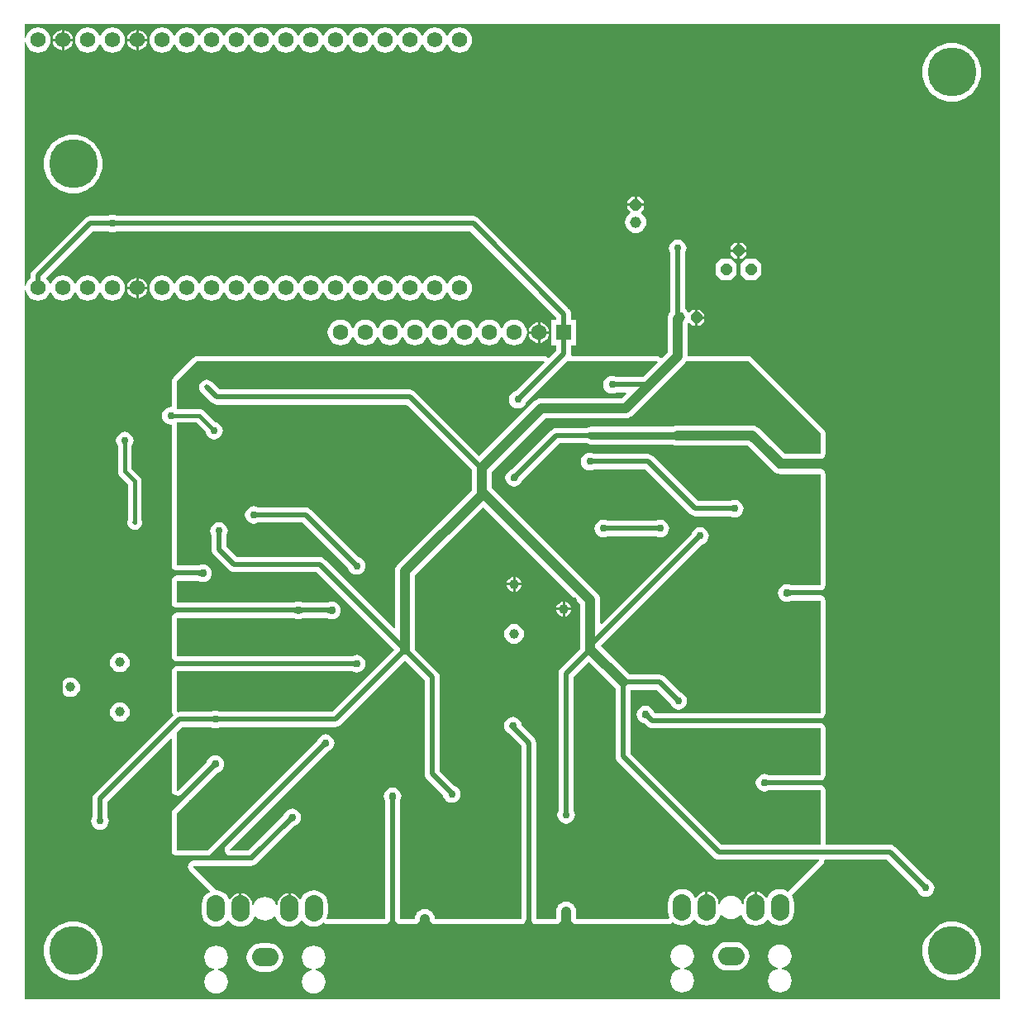
<source format=gbl>
G04*
G04 #@! TF.GenerationSoftware,Altium Limited,Altium Designer,19.1.8 (144)*
G04*
G04 Layer_Physical_Order=2*
G04 Layer_Color=16711680*
%FSLAX25Y25*%
%MOIN*%
G70*
G01*
G75*
%ADD14C,0.01500*%
%ADD49C,0.02000*%
%ADD50C,0.03000*%
%ADD51C,0.04000*%
%ADD52P,0.04979X8X22.5*%
%ADD53C,0.04600*%
%ADD54C,0.06142*%
%ADD55C,0.06299*%
%ADD56R,0.06299X0.06299*%
%ADD57C,0.19685*%
%ADD58C,0.03937*%
%ADD59O,0.10630X0.07480*%
%ADD60O,0.07480X0.10630*%
%ADD61P,0.05031X8X22.5*%
%ADD62P,0.04979X8X112.5*%
%ADD63C,0.02362*%
%ADD64C,0.03000*%
%ADD65C,0.01968*%
G36*
X393500Y255500D02*
Y500D01*
X393538Y462D01*
X393347Y0D01*
X0D01*
Y255500D01*
Y286217D01*
X500Y286250D01*
X575Y285680D01*
X1084Y284451D01*
X1895Y283395D01*
X2951Y282584D01*
X4180Y282075D01*
X5500Y281901D01*
X6820Y282075D01*
X8049Y282584D01*
X9105Y283395D01*
X9916Y284451D01*
X10229Y285208D01*
X10771D01*
X11084Y284451D01*
X11895Y283395D01*
X12951Y282584D01*
X14180Y282075D01*
X15500Y281901D01*
X16820Y282075D01*
X18049Y282584D01*
X19105Y283395D01*
X19916Y284451D01*
X20229Y285208D01*
X20771D01*
X21084Y284451D01*
X21895Y283395D01*
X22951Y282584D01*
X24180Y282075D01*
X25500Y281901D01*
X26820Y282075D01*
X28049Y282584D01*
X29105Y283395D01*
X29916Y284451D01*
X30229Y285208D01*
X30771D01*
X31084Y284451D01*
X31895Y283395D01*
X32951Y282584D01*
X34180Y282075D01*
X35500Y281901D01*
X36820Y282075D01*
X38049Y282584D01*
X39105Y283395D01*
X39916Y284451D01*
X40425Y285680D01*
X40599Y287000D01*
X40425Y288320D01*
X39916Y289549D01*
X39105Y290605D01*
X38049Y291416D01*
X36820Y291925D01*
X35500Y292099D01*
X34180Y291925D01*
X32951Y291416D01*
X31895Y290605D01*
X31084Y289549D01*
X30771Y288792D01*
X30229D01*
X29916Y289549D01*
X29105Y290605D01*
X28049Y291416D01*
X26820Y291925D01*
X25500Y292099D01*
X24180Y291925D01*
X22951Y291416D01*
X21895Y290605D01*
X21084Y289549D01*
X20771Y288792D01*
X20229D01*
X19916Y289549D01*
X19105Y290605D01*
X18049Y291416D01*
X16820Y291925D01*
X15500Y292099D01*
X14180Y291925D01*
X12951Y291416D01*
X11895Y290605D01*
X11084Y289549D01*
X10771Y288792D01*
X10229D01*
X9916Y289549D01*
X9105Y290605D01*
X8986Y290697D01*
X8953Y291196D01*
X27747Y309990D01*
X33699D01*
X33743Y309957D01*
X34590Y309605D01*
X35500Y309486D01*
X36410Y309605D01*
X37257Y309957D01*
X37301Y309990D01*
X179753D01*
X214490Y275253D01*
Y274134D01*
X212366D01*
Y263866D01*
X214490D01*
Y261747D01*
X211624Y258881D01*
X211020Y258931D01*
X210364Y259369D01*
X209590Y259523D01*
X69500D01*
X68726Y259369D01*
X68069Y258931D01*
X64639Y255500D01*
D01*
X60069Y250931D01*
X59631Y250274D01*
X59477Y249500D01*
Y239331D01*
X59101Y239001D01*
X59000Y239014D01*
X58090Y238895D01*
X57243Y238544D01*
X56515Y237985D01*
X55957Y237257D01*
X55605Y236410D01*
X55486Y235500D01*
X55605Y234590D01*
X55957Y233743D01*
X56515Y233015D01*
X57243Y232456D01*
X58090Y232105D01*
X59000Y231986D01*
X59101Y231999D01*
X59477Y231669D01*
Y175010D01*
X59631Y174236D01*
X60069Y173579D01*
X60726Y173141D01*
X61500Y172987D01*
X70199D01*
X70459Y173038D01*
X70723Y173056D01*
X70842Y173115D01*
X70973Y173141D01*
X71034Y173181D01*
X71619Y173424D01*
X72000Y173474D01*
X72381Y173424D01*
X72737Y173276D01*
X73042Y173042D01*
X73276Y172737D01*
X73423Y172381D01*
X73474Y172000D01*
X73423Y171619D01*
X73276Y171263D01*
X73042Y170958D01*
X72737Y170724D01*
X72381Y170577D01*
X72000Y170526D01*
X71619Y170577D01*
X71034Y170819D01*
X70973Y170859D01*
X70842Y170885D01*
X70723Y170944D01*
X70459Y170961D01*
X70199Y171013D01*
X61500D01*
X60726Y170859D01*
X60069Y170421D01*
X59631Y169764D01*
X59477Y168990D01*
Y160010D01*
X59631Y159236D01*
X60069Y158579D01*
X60726Y158141D01*
X61500Y157987D01*
X108699D01*
X108959Y158038D01*
X109223Y158056D01*
X109343Y158115D01*
X109473Y158141D01*
X109534Y158181D01*
X110119Y158423D01*
X110500Y158474D01*
X110881Y158423D01*
X111466Y158181D01*
X111527Y158141D01*
X111658Y158115D01*
X111777Y158056D01*
X112041Y158038D01*
X112301Y157987D01*
X122199D01*
X122459Y158038D01*
X122723Y158056D01*
X122843Y158115D01*
X122973Y158141D01*
X123034Y158181D01*
X123619Y158423D01*
X124000Y158474D01*
X124381Y158423D01*
X124737Y158276D01*
X125042Y158042D01*
X125276Y157737D01*
X125424Y157381D01*
X125474Y157000D01*
X125424Y156619D01*
X125276Y156263D01*
X125042Y155958D01*
X124737Y155724D01*
X124381Y155577D01*
X124000Y155526D01*
X123619Y155577D01*
X123034Y155819D01*
X122973Y155859D01*
X122843Y155885D01*
X122723Y155944D01*
X122459Y155962D01*
X122199Y156013D01*
X112301D01*
X112041Y155962D01*
X111777Y155944D01*
X111658Y155885D01*
X111527Y155859D01*
X111466Y155819D01*
X110881Y155577D01*
X110500Y155526D01*
X110119Y155577D01*
X109534Y155819D01*
X109473Y155859D01*
X109343Y155885D01*
X109223Y155944D01*
X108959Y155962D01*
X108699Y156013D01*
X61500D01*
X60726Y155859D01*
X60069Y155421D01*
X59631Y154764D01*
X59477Y153990D01*
Y138510D01*
X59631Y137736D01*
X60069Y137079D01*
X60726Y136641D01*
X61500Y136487D01*
X132199D01*
X132459Y136539D01*
X132723Y136556D01*
X132843Y136615D01*
X132973Y136641D01*
X133034Y136681D01*
X133619Y136924D01*
X134000Y136974D01*
X134381Y136924D01*
X134737Y136776D01*
X135042Y136542D01*
X135276Y136237D01*
X135424Y135881D01*
X135474Y135500D01*
X135424Y135119D01*
X135276Y134763D01*
X135042Y134458D01*
X134737Y134224D01*
X134381Y134076D01*
X134000Y134026D01*
X133619Y134076D01*
X133034Y134319D01*
X132973Y134359D01*
X132843Y134385D01*
X132723Y134444D01*
X132459Y134461D01*
X132199Y134513D01*
X61500D01*
X60726Y134359D01*
X60069Y133921D01*
X59631Y133264D01*
X59477Y132490D01*
Y116313D01*
X59507Y116164D01*
X59500Y116012D01*
X59583Y115780D01*
X59631Y115539D01*
X59715Y115412D01*
X59767Y115269D01*
X59933Y115087D01*
X60069Y114883D01*
X60075Y114831D01*
X28372Y83128D01*
X27893Y82505D01*
X27593Y81779D01*
X27490Y81000D01*
Y73801D01*
X27457Y73757D01*
X27105Y72910D01*
X26986Y72000D01*
X27105Y71090D01*
X27457Y70243D01*
X28015Y69515D01*
X28743Y68957D01*
X29590Y68605D01*
X30500Y68486D01*
X31410Y68605D01*
X32257Y68957D01*
X32985Y69515D01*
X33544Y70243D01*
X33895Y71090D01*
X34014Y72000D01*
X33895Y72910D01*
X33544Y73757D01*
X33510Y73801D01*
Y79753D01*
X59015Y105258D01*
X59477Y105067D01*
Y84410D01*
X59631Y83636D01*
X60069Y82980D01*
X60069Y82980D01*
X60726Y82541D01*
X61188Y82350D01*
X61962Y82196D01*
X61962D01*
X62736Y82350D01*
X63393Y82788D01*
X75029Y94424D01*
X75176Y94644D01*
X75350Y94844D01*
X75393Y94970D01*
X75467Y95081D01*
X75482Y95152D01*
X75724Y95737D01*
X75958Y96042D01*
X76263Y96276D01*
X76619Y96424D01*
X77000Y96474D01*
X77381Y96424D01*
X77737Y96276D01*
X78042Y96042D01*
X78276Y95737D01*
X78424Y95381D01*
X78474Y95000D01*
X78424Y94619D01*
X78276Y94263D01*
X78042Y93958D01*
X77737Y93724D01*
X77152Y93482D01*
X77081Y93467D01*
X76970Y93393D01*
X76844Y93350D01*
X76644Y93176D01*
X76424Y93029D01*
X60069Y76674D01*
X59631Y76017D01*
X59477Y75243D01*
Y60010D01*
X59631Y59236D01*
X60069Y58579D01*
X60726Y58141D01*
X61500Y57987D01*
X73753D01*
X74527Y58141D01*
X75184Y58579D01*
X119529Y102925D01*
X119676Y103145D01*
X119850Y103343D01*
X119893Y103470D01*
X119967Y103581D01*
X119982Y103652D01*
X120224Y104237D01*
X120458Y104542D01*
X120763Y104776D01*
X121119Y104923D01*
X121500Y104974D01*
X121881Y104923D01*
X122237Y104776D01*
X122542Y104542D01*
X122776Y104237D01*
X122924Y103881D01*
X122974Y103500D01*
X122924Y103119D01*
X122776Y102763D01*
X122542Y102458D01*
X122237Y102224D01*
X121652Y101982D01*
X121581Y101967D01*
X121470Y101893D01*
X121344Y101850D01*
X121144Y101676D01*
X120924Y101529D01*
X81298Y61902D01*
X80860Y61246D01*
X80706Y60472D01*
Y60472D01*
X80860Y59698D01*
X81051Y59236D01*
X81489Y58579D01*
X81489Y58579D01*
X82146Y58141D01*
X82920Y57987D01*
X90253D01*
X91027Y58141D01*
X91684Y58579D01*
X106029Y72925D01*
X106176Y73145D01*
X106350Y73343D01*
X106393Y73470D01*
X106467Y73581D01*
X106482Y73652D01*
X106724Y74237D01*
X106958Y74542D01*
X107263Y74776D01*
X107619Y74923D01*
X108000Y74974D01*
X108381Y74923D01*
X108737Y74776D01*
X109042Y74542D01*
X109276Y74237D01*
X109423Y73881D01*
X109474Y73500D01*
X109423Y73119D01*
X109276Y72763D01*
X109042Y72458D01*
X108737Y72224D01*
X108152Y71982D01*
X108081Y71967D01*
X107970Y71893D01*
X107843Y71850D01*
X107644Y71676D01*
X107424Y71529D01*
X92292Y56396D01*
X91985Y56160D01*
X91751Y56064D01*
X91367Y56013D01*
X68163D01*
X67389Y55859D01*
X66733Y55421D01*
X66733Y55421D01*
X66294Y54764D01*
X66103Y54302D01*
X65949Y53528D01*
Y53528D01*
X66103Y52754D01*
X66541Y52097D01*
X74782Y43857D01*
X74685Y43366D01*
X74428Y43260D01*
X73232Y42342D01*
X72315Y41147D01*
X71738Y39754D01*
X71541Y38260D01*
Y35110D01*
X71738Y33616D01*
X72315Y32223D01*
X73232Y31027D01*
X74428Y30110D01*
X75821Y29533D01*
X77315Y29336D01*
X78809Y29533D01*
X80202Y30110D01*
X81398Y31027D01*
X81986Y31795D01*
X82486D01*
X83075Y31027D01*
X84271Y30110D01*
X85663Y29533D01*
X87157Y29336D01*
X88652Y29533D01*
X90044Y30110D01*
X91240Y31027D01*
X92158Y32223D01*
X92734Y33616D01*
X92737Y33633D01*
X93260Y33773D01*
X93619Y33304D01*
X94609Y32544D01*
X95763Y32067D01*
X97000Y31904D01*
X98237Y32067D01*
X99391Y32544D01*
X100381Y33304D01*
X100740Y33773D01*
X101263Y33633D01*
X101266Y33616D01*
X101842Y32223D01*
X102760Y31027D01*
X103956Y30110D01*
X105348Y29533D01*
X106843Y29336D01*
X108337Y29533D01*
X109729Y30110D01*
X110925Y31027D01*
X111514Y31795D01*
X112014D01*
X112602Y31027D01*
X113798Y30110D01*
X115191Y29533D01*
X116685Y29336D01*
X118179Y29533D01*
X119572Y30110D01*
X120768Y31027D01*
X121126Y30818D01*
X121310Y30742D01*
X121476Y30631D01*
X121671Y30592D01*
X121855Y30516D01*
X122054D01*
X122250Y30477D01*
X145490D01*
X146264Y30631D01*
X146921Y31069D01*
X147359Y31726D01*
X147513Y32500D01*
Y80199D01*
X147461Y80459D01*
X147444Y80723D01*
X147385Y80843D01*
X147359Y80973D01*
X147319Y81034D01*
X147076Y81619D01*
X147026Y82000D01*
X147076Y82381D01*
X147224Y82737D01*
X147458Y83042D01*
X147763Y83276D01*
X148119Y83424D01*
X148500Y83474D01*
X148881Y83424D01*
X149237Y83276D01*
X149542Y83042D01*
X149776Y82737D01*
X149924Y82381D01*
X149974Y82000D01*
X149924Y81619D01*
X149681Y81034D01*
X149641Y80973D01*
X149615Y80843D01*
X149556Y80723D01*
X149539Y80459D01*
X149487Y80199D01*
Y32500D01*
X149641Y31726D01*
X150079Y31069D01*
X150736Y30631D01*
X151510Y30477D01*
X157481D01*
X157741Y30529D01*
X158005Y30546D01*
X158125Y30605D01*
X158256Y30631D01*
X158476Y30778D01*
X158713Y30895D01*
X158801Y30995D01*
X158912Y31069D01*
X159059Y31289D01*
X159233Y31488D01*
X159276Y31615D01*
X159351Y31726D01*
X159402Y31985D01*
X159487Y32236D01*
X159589Y33012D01*
X159787Y33489D01*
X160101Y33899D01*
X160511Y34213D01*
X160988Y34411D01*
X161500Y34478D01*
X162012Y34411D01*
X162489Y34213D01*
X162899Y33899D01*
X163213Y33489D01*
X163411Y33012D01*
X163513Y32236D01*
X163598Y31985D01*
X163649Y31726D01*
X163724Y31615D01*
X163767Y31488D01*
X163941Y31289D01*
X164088Y31069D01*
X164199Y30995D01*
X164287Y30895D01*
X164524Y30778D01*
X164744Y30631D01*
X164875Y30605D01*
X164995Y30546D01*
X165259Y30529D01*
X165519Y30477D01*
X200333D01*
X201107Y30631D01*
X201763Y31069D01*
X202202Y31726D01*
X202356Y32500D01*
Y102410D01*
X202202Y103185D01*
X201763Y103841D01*
X196748Y108856D01*
X196522Y109007D01*
X196474Y109062D01*
X195958Y109458D01*
X195724Y109763D01*
X195577Y110119D01*
X195526Y110500D01*
X195577Y110881D01*
X195724Y111237D01*
X195958Y111542D01*
X196263Y111776D01*
X196619Y111924D01*
X197000Y111974D01*
X197381Y111924D01*
X197737Y111776D01*
X198042Y111542D01*
X198276Y111237D01*
X198424Y110881D01*
X198472Y110515D01*
X198557Y110265D01*
X198608Y110005D01*
X198683Y109894D01*
X198725Y109768D01*
X198900Y109569D01*
X199047Y109349D01*
X203947Y104449D01*
X204182Y104142D01*
X204279Y103908D01*
X204329Y103525D01*
Y32500D01*
X204484Y31726D01*
X204922Y31069D01*
X205578Y30631D01*
X206353Y30477D01*
X214481D01*
X215256Y30631D01*
X215912Y31069D01*
X216351Y31726D01*
X216505Y32500D01*
Y35367D01*
X216589Y36012D01*
X216787Y36489D01*
X217101Y36899D01*
X217511Y37213D01*
X217988Y37411D01*
X218500Y37478D01*
X219012Y37411D01*
X219489Y37213D01*
X219899Y36899D01*
X220213Y36489D01*
X220411Y36012D01*
X220496Y35367D01*
Y32500D01*
X220650Y31726D01*
X221088Y31069D01*
X221744Y30631D01*
X222519Y30477D01*
X259885D01*
X260106Y30521D01*
X260332Y30527D01*
X260489Y30597D01*
X260659Y30631D01*
X260847Y30756D01*
X261053Y30848D01*
X261172Y30973D01*
X261315Y31069D01*
X261868Y31039D01*
X262428Y30610D01*
X263821Y30033D01*
X265315Y29836D01*
X266809Y30033D01*
X268202Y30610D01*
X269398Y31528D01*
X269986Y32295D01*
X270486D01*
X271075Y31528D01*
X272271Y30610D01*
X273663Y30033D01*
X275157Y29836D01*
X276652Y30033D01*
X278044Y30610D01*
X279240Y31528D01*
X280158Y32723D01*
X280734Y34116D01*
X280737Y34133D01*
X281260Y34273D01*
X281619Y33804D01*
X282610Y33044D01*
X283763Y32567D01*
X285000Y32404D01*
X286237Y32567D01*
X287390Y33044D01*
X288381Y33804D01*
X288740Y34273D01*
X289263Y34133D01*
X289265Y34116D01*
X289842Y32723D01*
X290760Y31528D01*
X291956Y30610D01*
X293348Y30033D01*
X294843Y29836D01*
X296337Y30033D01*
X297729Y30610D01*
X298925Y31528D01*
X299514Y32295D01*
X300014D01*
X300602Y31528D01*
X301798Y30610D01*
X303191Y30033D01*
X304685Y29836D01*
X306179Y30033D01*
X307572Y30610D01*
X308768Y31528D01*
X309685Y32723D01*
X310262Y34116D01*
X310459Y35610D01*
Y38760D01*
X310262Y40254D01*
X309685Y41647D01*
X309392Y42029D01*
X309392Y42031D01*
X321959Y54598D01*
X322397Y55254D01*
X322551Y56028D01*
X322562Y56135D01*
X322853Y56490D01*
X347753D01*
X360098Y44145D01*
X360105Y44090D01*
X360456Y43243D01*
X361015Y42515D01*
X361743Y41956D01*
X362590Y41605D01*
X363500Y41486D01*
X364410Y41605D01*
X365257Y41956D01*
X365985Y42515D01*
X366544Y43243D01*
X366895Y44090D01*
X367014Y45000D01*
X366895Y45910D01*
X366544Y46757D01*
X365985Y47485D01*
X365257Y48044D01*
X364410Y48395D01*
X364355Y48402D01*
X351128Y61628D01*
X350505Y62107D01*
X349779Y62407D01*
X349000Y62510D01*
X323023D01*
Y84490D01*
X322869Y85264D01*
X322431Y85921D01*
X321774Y86359D01*
X321000Y86513D01*
X300301D01*
X300041Y86462D01*
X299777Y86444D01*
X299658Y86385D01*
X299527Y86359D01*
X299466Y86319D01*
X298881Y86076D01*
X298500Y86026D01*
X298119Y86076D01*
X297763Y86224D01*
X297458Y86458D01*
X297224Y86763D01*
X297077Y87119D01*
X297026Y87500D01*
X297077Y87881D01*
X297224Y88237D01*
X297458Y88542D01*
X297763Y88776D01*
X298119Y88924D01*
X298500Y88974D01*
X298881Y88924D01*
X299466Y88681D01*
X299527Y88641D01*
X299658Y88615D01*
X299777Y88556D01*
X300041Y88538D01*
X300301Y88487D01*
X321000D01*
X321774Y88641D01*
X322431Y89079D01*
X322869Y89736D01*
X323023Y90510D01*
Y109490D01*
X322869Y110264D01*
X322431Y110921D01*
X321774Y111359D01*
X321000Y111513D01*
X253403D01*
X253020Y111564D01*
X252786Y111660D01*
X252479Y111896D01*
X251387Y112988D01*
X251167Y113135D01*
X250968Y113309D01*
X250842Y113352D01*
X250731Y113426D01*
X250471Y113478D01*
X250221Y113563D01*
X250119Y113576D01*
X249763Y113724D01*
X249458Y113958D01*
X249224Y114263D01*
X249077Y114619D01*
X249026Y115000D01*
X249077Y115381D01*
X249224Y115737D01*
X249458Y116042D01*
X249763Y116276D01*
X250119Y116423D01*
X250500Y116474D01*
X250881Y116423D01*
X251237Y116276D01*
X251542Y116042D01*
X251776Y115737D01*
X251868Y115516D01*
X252306Y114860D01*
X252306Y114860D01*
X253087Y114079D01*
X253743Y113641D01*
X254517Y113487D01*
X321000D01*
X321774Y113641D01*
X322431Y114079D01*
X322869Y114736D01*
X323023Y115510D01*
Y160990D01*
X322869Y161764D01*
X322431Y162421D01*
X321774Y162859D01*
X321000Y163013D01*
X309301D01*
X309041Y162961D01*
X308777Y162944D01*
X308658Y162885D01*
X308527Y162859D01*
X308466Y162819D01*
X307881Y162576D01*
X307500Y162526D01*
X307119Y162576D01*
X306763Y162724D01*
X306458Y162958D01*
X306224Y163263D01*
X306077Y163619D01*
X306026Y164000D01*
X306077Y164381D01*
X306224Y164737D01*
X306458Y165042D01*
X306763Y165276D01*
X307119Y165424D01*
X307500Y165474D01*
X307881Y165424D01*
X308466Y165181D01*
X308527Y165141D01*
X308658Y165115D01*
X308777Y165056D01*
X309041Y165039D01*
X309301Y164987D01*
X321000D01*
X321774Y165141D01*
X322431Y165579D01*
X322869Y166236D01*
X323023Y167010D01*
Y211981D01*
X322869Y212756D01*
X322431Y213412D01*
X321774Y213850D01*
X321000Y214004D01*
X305133D01*
X304488Y214089D01*
X304011Y214287D01*
X303495Y214683D01*
X293266Y224912D01*
X292610Y225350D01*
X291835Y225504D01*
X263633D01*
X262988Y225589D01*
X262347Y225855D01*
X261573Y226009D01*
X228633D01*
X228119Y226077D01*
X227534Y226319D01*
X227473Y226359D01*
X227343Y226385D01*
X227223Y226444D01*
X226959Y226462D01*
X226699Y226513D01*
X215747D01*
X214973Y226359D01*
X214316Y225921D01*
X199471Y211075D01*
X199324Y210856D01*
X199150Y210656D01*
X199107Y210530D01*
X199033Y210419D01*
X199018Y210348D01*
X198776Y209763D01*
X198542Y209458D01*
X198237Y209224D01*
X197881Y209076D01*
X197500Y209026D01*
X197119Y209076D01*
X196763Y209224D01*
X196458Y209458D01*
X196224Y209763D01*
X196077Y210119D01*
X196026Y210500D01*
X196077Y210881D01*
X196224Y211237D01*
X196458Y211542D01*
X196763Y211776D01*
X197348Y212018D01*
X197419Y212033D01*
X197530Y212107D01*
X197657Y212150D01*
X197855Y212324D01*
X198075Y212471D01*
X213708Y228104D01*
X214015Y228340D01*
X214249Y228436D01*
X214633Y228487D01*
X226699D01*
X226959Y228538D01*
X227223Y228556D01*
X227343Y228615D01*
X227473Y228641D01*
X227534Y228681D01*
X228119Y228924D01*
X228633Y228991D01*
X261573D01*
X262347Y229145D01*
X262988Y229411D01*
X263633Y229496D01*
X293367D01*
X294012Y229411D01*
X294489Y229213D01*
X295005Y228817D01*
X305234Y218588D01*
X305890Y218149D01*
X306665Y217996D01*
X321000D01*
X321774Y218149D01*
X322431Y218588D01*
X322869Y219244D01*
X323023Y220019D01*
Y228500D01*
X322869Y229274D01*
X322431Y229931D01*
X296861Y255500D01*
X296823Y255538D01*
X293431Y258931D01*
X292774Y259369D01*
X292000Y259523D01*
X267519D01*
Y272548D01*
X267639Y272704D01*
X268218Y272832D01*
X269350Y271700D01*
X270500D01*
Y275000D01*
Y278300D01*
X269350D01*
X268218Y277168D01*
X267639Y277296D01*
X267056Y278056D01*
X266510Y278474D01*
Y301199D01*
X266544Y301243D01*
X266895Y302090D01*
X267014Y303000D01*
X266895Y303910D01*
X266544Y304757D01*
X265985Y305485D01*
X265257Y306044D01*
X264410Y306395D01*
X263500Y306514D01*
X262590Y306395D01*
X261743Y306044D01*
X261015Y305485D01*
X260456Y304757D01*
X260105Y303910D01*
X259986Y303000D01*
X260105Y302090D01*
X260456Y301243D01*
X260490Y301199D01*
Y277463D01*
X260258Y277161D01*
X259826Y276118D01*
X259811Y276006D01*
X259618Y275540D01*
X259481Y274500D01*
Y261165D01*
X257197Y258881D01*
X256594Y258931D01*
X255938Y259369D01*
X255164Y259523D01*
X220827D01*
X220447Y260023D01*
X220510Y260500D01*
Y263866D01*
X222634D01*
Y274134D01*
X220510D01*
Y276500D01*
X220407Y277279D01*
X220107Y278005D01*
X219628Y278628D01*
X183128Y315128D01*
X182505Y315607D01*
X181779Y315907D01*
X181000Y316010D01*
X37301D01*
X37257Y316043D01*
X36410Y316395D01*
X35500Y316514D01*
X34590Y316395D01*
X33743Y316043D01*
X33699Y316010D01*
X26500D01*
X25721Y315907D01*
X24995Y315607D01*
X24372Y315128D01*
X3372Y294128D01*
X2893Y293505D01*
X2593Y292779D01*
X2490Y292000D01*
Y291062D01*
X1895Y290605D01*
X1084Y289549D01*
X575Y288320D01*
X500Y287750D01*
X0Y287783D01*
Y386217D01*
X500Y386250D01*
X575Y385680D01*
X1084Y384451D01*
X1895Y383395D01*
X2951Y382584D01*
X4180Y382075D01*
X5500Y381901D01*
X6820Y382075D01*
X8049Y382584D01*
X9105Y383395D01*
X9916Y384451D01*
X10425Y385680D01*
X10599Y387000D01*
X10425Y388320D01*
X9916Y389549D01*
X9105Y390605D01*
X8049Y391416D01*
X6820Y391925D01*
X5500Y392099D01*
X4180Y391925D01*
X2951Y391416D01*
X1895Y390605D01*
X1084Y389549D01*
X575Y388320D01*
X500Y387750D01*
X0Y387783D01*
Y393500D01*
X393500D01*
Y255500D01*
D02*
G37*
G36*
X255355Y257038D02*
X249408Y251092D01*
X249346Y251010D01*
X238801D01*
X238757Y251044D01*
X237910Y251395D01*
X237000Y251514D01*
X236090Y251395D01*
X235243Y251044D01*
X234515Y250485D01*
X233957Y249757D01*
X233605Y248910D01*
X233486Y248000D01*
X233605Y247090D01*
X233957Y246243D01*
X234515Y245515D01*
X235243Y244956D01*
X236090Y244605D01*
X237000Y244486D01*
X237910Y244605D01*
X238757Y244956D01*
X238801Y244990D01*
X242653D01*
X242845Y244528D01*
X240835Y242519D01*
X208500D01*
X207460Y242382D01*
X206491Y241980D01*
X205658Y241342D01*
X183537Y219220D01*
X157628Y245128D01*
X157005Y245607D01*
X156279Y245907D01*
X155500Y246010D01*
X78747Y246010D01*
X75628Y249128D01*
X75005Y249607D01*
X74279Y249907D01*
X73500Y250010D01*
X72721Y249907D01*
X71995Y249607D01*
X71372Y249128D01*
X70893Y248505D01*
X70593Y247779D01*
X70490Y247000D01*
X70593Y246221D01*
X70893Y245495D01*
X71372Y244872D01*
X75372Y240872D01*
X75995Y240393D01*
X76721Y240092D01*
X77500Y239990D01*
X154253Y239990D01*
X180481Y213762D01*
Y205453D01*
X150658Y175630D01*
X150020Y174798D01*
X149618Y173829D01*
X149481Y172789D01*
Y149929D01*
X149019Y149737D01*
X121128Y177628D01*
X120505Y178107D01*
X119779Y178407D01*
X119000Y178510D01*
X85747D01*
X81510Y182747D01*
Y187199D01*
X81543Y187243D01*
X81895Y188090D01*
X82014Y189000D01*
X81895Y189910D01*
X81543Y190757D01*
X80985Y191485D01*
X80257Y192043D01*
X79410Y192395D01*
X78500Y192514D01*
X77590Y192395D01*
X76743Y192043D01*
X76015Y191485D01*
X75457Y190757D01*
X75105Y189910D01*
X74986Y189000D01*
X75105Y188090D01*
X75457Y187243D01*
X75490Y187199D01*
Y181500D01*
X75593Y180721D01*
X75893Y179995D01*
X76372Y179372D01*
X82372Y173372D01*
X82995Y172893D01*
X83721Y172593D01*
X84500Y172490D01*
X117753D01*
X149243Y141000D01*
X124253Y116010D01*
X78801D01*
X78757Y116043D01*
X77910Y116395D01*
X77000Y116514D01*
X76090Y116395D01*
X75243Y116043D01*
X75199Y116010D01*
X62500D01*
X62000Y115944D01*
X61500Y116313D01*
Y132490D01*
X132199D01*
X132243Y132457D01*
X133090Y132105D01*
X134000Y131986D01*
X134910Y132105D01*
X135757Y132457D01*
X136485Y133015D01*
X137043Y133743D01*
X137395Y134590D01*
X137514Y135500D01*
X137395Y136410D01*
X137043Y137257D01*
X136485Y137985D01*
X135757Y138543D01*
X134910Y138895D01*
X134000Y139014D01*
X133090Y138895D01*
X132243Y138543D01*
X132199Y138510D01*
X61500D01*
Y153990D01*
X108699D01*
X108743Y153956D01*
X109590Y153605D01*
X110500Y153486D01*
X111410Y153605D01*
X112257Y153956D01*
X112301Y153990D01*
X122199D01*
X122243Y153956D01*
X123090Y153605D01*
X124000Y153486D01*
X124910Y153605D01*
X125757Y153956D01*
X126485Y154515D01*
X127043Y155243D01*
X127395Y156090D01*
X127514Y157000D01*
X127395Y157910D01*
X127043Y158757D01*
X126485Y159485D01*
X125757Y160044D01*
X124910Y160395D01*
X124000Y160514D01*
X123090Y160395D01*
X122243Y160044D01*
X122199Y160010D01*
X112301D01*
X112257Y160044D01*
X111410Y160395D01*
X110500Y160514D01*
X109590Y160395D01*
X108743Y160044D01*
X108699Y160010D01*
X61500D01*
Y168990D01*
X70199D01*
X70243Y168956D01*
X71090Y168605D01*
X72000Y168486D01*
X72910Y168605D01*
X73757Y168956D01*
X74485Y169515D01*
X75043Y170243D01*
X75395Y171090D01*
X75514Y172000D01*
X75395Y172910D01*
X75043Y173757D01*
X74485Y174485D01*
X73757Y175043D01*
X72910Y175395D01*
X72000Y175514D01*
X71090Y175395D01*
X70243Y175043D01*
X70199Y175010D01*
X61500D01*
Y232742D01*
X69358D01*
X73044Y229056D01*
X73105Y228590D01*
X73457Y227743D01*
X74015Y227015D01*
X74743Y226456D01*
X75590Y226105D01*
X76500Y225986D01*
X77410Y226105D01*
X78257Y226456D01*
X78985Y227015D01*
X79544Y227743D01*
X79895Y228590D01*
X80014Y229500D01*
X79895Y230410D01*
X79544Y231257D01*
X78985Y231985D01*
X78257Y232543D01*
X77410Y232895D01*
X76944Y232956D01*
X72450Y237450D01*
X71879Y237888D01*
X71214Y238164D01*
X70500Y238258D01*
X61500D01*
Y249500D01*
X69500Y257500D01*
X209590D01*
X209781Y257038D01*
X198145Y245402D01*
X198090Y245395D01*
X197243Y245043D01*
X196515Y244485D01*
X195957Y243757D01*
X195605Y242910D01*
X195486Y242000D01*
X195605Y241090D01*
X195957Y240243D01*
X196515Y239515D01*
X197243Y238956D01*
X198090Y238605D01*
X199000Y238486D01*
X199910Y238605D01*
X200757Y238956D01*
X201485Y239515D01*
X202044Y240243D01*
X202395Y241090D01*
X202402Y241145D01*
X218757Y257500D01*
X255164D01*
X255355Y257038D01*
D02*
G37*
G36*
X321000Y228500D02*
Y220019D01*
X306665D01*
X296342Y230342D01*
X295509Y230980D01*
X294540Y231382D01*
X293500Y231519D01*
X263500D01*
X262460Y231382D01*
X261573Y231014D01*
X228500D01*
X227590Y230895D01*
X226743Y230543D01*
X226699Y230510D01*
X214500D01*
X213721Y230407D01*
X212995Y230107D01*
X212372Y229628D01*
X196645Y213902D01*
X196590Y213895D01*
X195743Y213544D01*
X195015Y212985D01*
X194457Y212257D01*
X194105Y211410D01*
X193986Y210500D01*
X194105Y209590D01*
X194457Y208743D01*
X195015Y208015D01*
X195743Y207456D01*
X196590Y207105D01*
X197500Y206986D01*
X198410Y207105D01*
X199257Y207456D01*
X199985Y208015D01*
X200543Y208743D01*
X200895Y209590D01*
X200902Y209645D01*
X215747Y224490D01*
X226699D01*
X226743Y224457D01*
X227590Y224105D01*
X228500Y223986D01*
X261573D01*
X262460Y223618D01*
X263500Y223481D01*
X291835D01*
X302158Y213158D01*
X302991Y212520D01*
X303960Y212118D01*
X305000Y211981D01*
X321000D01*
Y167010D01*
X309301D01*
X309257Y167043D01*
X308410Y167395D01*
X307500Y167514D01*
X306590Y167395D01*
X305743Y167043D01*
X305015Y166485D01*
X304456Y165757D01*
X304105Y164910D01*
X303986Y164000D01*
X304105Y163090D01*
X304456Y162243D01*
X305015Y161515D01*
X305743Y160957D01*
X306590Y160605D01*
X307500Y160486D01*
X308410Y160605D01*
X309257Y160957D01*
X309301Y160990D01*
X321000D01*
Y115510D01*
X254517D01*
X253737Y116291D01*
X253543Y116757D01*
X252985Y117485D01*
X252257Y118043D01*
X251410Y118395D01*
X250500Y118514D01*
X249590Y118395D01*
X248743Y118043D01*
X248015Y117485D01*
X247457Y116757D01*
X247105Y115910D01*
X246986Y115000D01*
X247105Y114090D01*
X247457Y113243D01*
X248015Y112515D01*
X248743Y111957D01*
X249590Y111605D01*
X249957Y111557D01*
X251142Y110372D01*
X251766Y109893D01*
X252492Y109593D01*
X253271Y109490D01*
X321000D01*
Y90510D01*
X300301D01*
X300257Y90544D01*
X299410Y90895D01*
X298500Y91014D01*
X297590Y90895D01*
X296743Y90544D01*
X296015Y89985D01*
X295457Y89257D01*
X295105Y88410D01*
X294986Y87500D01*
X295105Y86590D01*
X295457Y85743D01*
X296015Y85015D01*
X296743Y84456D01*
X297590Y84105D01*
X298500Y83986D01*
X299410Y84105D01*
X300257Y84456D01*
X300301Y84490D01*
X321000D01*
Y62510D01*
X281247D01*
X244510Y99247D01*
Y124990D01*
X255043D01*
X260388Y119645D01*
X260395Y119590D01*
X260746Y118743D01*
X261304Y118015D01*
X262032Y117456D01*
X262880Y117105D01*
X263790Y116986D01*
X264699Y117105D01*
X265547Y117456D01*
X266274Y118015D01*
X266833Y118743D01*
X267184Y119590D01*
X267304Y120500D01*
X267184Y121410D01*
X266833Y122257D01*
X266274Y122985D01*
X265547Y123544D01*
X264699Y123895D01*
X264645Y123902D01*
X258418Y130128D01*
X257794Y130607D01*
X257069Y130907D01*
X256290Y131010D01*
X244173D01*
X232470Y142713D01*
X273355Y183598D01*
X273410Y183605D01*
X274257Y183957D01*
X274985Y184515D01*
X275543Y185243D01*
X275895Y186090D01*
X276014Y187000D01*
X275895Y187910D01*
X275543Y188757D01*
X274985Y189485D01*
X274257Y190043D01*
X273410Y190395D01*
X272500Y190514D01*
X271590Y190395D01*
X270743Y190043D01*
X270015Y189485D01*
X269457Y188757D01*
X269105Y187910D01*
X269098Y187855D01*
X232731Y151487D01*
X232269Y151679D01*
Y161039D01*
X232132Y162079D01*
X231730Y163048D01*
X231092Y163880D01*
X188519Y206453D01*
Y212835D01*
X210165Y234481D01*
X242500D01*
X243540Y234618D01*
X244509Y235020D01*
X245342Y235658D01*
X254842Y245158D01*
X254950Y245300D01*
X255092Y245408D01*
X266342Y256658D01*
X266980Y257491D01*
X266984Y257500D01*
X292000D01*
X321000Y228500D01*
D02*
G37*
G36*
X224231Y159374D02*
Y142750D01*
Y141488D01*
X216372Y133628D01*
X215893Y133005D01*
X215593Y132279D01*
X215490Y131500D01*
Y76301D01*
X215457Y76257D01*
X215105Y75410D01*
X214986Y74500D01*
X215105Y73590D01*
X215457Y72743D01*
X216015Y72015D01*
X216743Y71456D01*
X217590Y71105D01*
X218500Y70986D01*
X219410Y71105D01*
X220257Y71456D01*
X220985Y72015D01*
X221544Y72743D01*
X221895Y73590D01*
X222014Y74500D01*
X221895Y75410D01*
X221544Y76257D01*
X221510Y76301D01*
Y130253D01*
X227537Y136280D01*
X238490Y125327D01*
Y98000D01*
X238593Y97221D01*
X238893Y96495D01*
X239372Y95872D01*
X277872Y57372D01*
X278495Y56893D01*
X279221Y56593D01*
X280000Y56490D01*
X320337D01*
X320528Y56028D01*
X307961Y43461D01*
X307572Y43760D01*
X306179Y44337D01*
X304685Y44534D01*
X303191Y44337D01*
X301798Y43760D01*
X300602Y42843D01*
X299685Y41647D01*
X299479Y41150D01*
X299258D01*
X298954Y41188D01*
X298223Y42141D01*
X297233Y42900D01*
X296080Y43378D01*
X295343Y43475D01*
Y37185D01*
X294343D01*
Y43475D01*
X293605Y43378D01*
X292452Y42900D01*
X291462Y42141D01*
X290702Y41150D01*
X290224Y39997D01*
X290061Y38760D01*
Y38659D01*
X289562Y38559D01*
X289141Y39576D01*
X288381Y40566D01*
X287390Y41326D01*
X286237Y41803D01*
X285000Y41966D01*
X283763Y41803D01*
X282610Y41326D01*
X281619Y40566D01*
X280859Y39576D01*
X280438Y38559D01*
X279939Y38659D01*
Y38760D01*
X279776Y39997D01*
X279298Y41150D01*
X278538Y42141D01*
X277548Y42900D01*
X276395Y43378D01*
X275658Y43475D01*
Y37185D01*
X274658D01*
Y43475D01*
X273920Y43378D01*
X272767Y42900D01*
X271777Y42141D01*
X271046Y41188D01*
X270742Y41150D01*
X270521D01*
X270315Y41647D01*
X269398Y42843D01*
X268202Y43760D01*
X266809Y44337D01*
X265315Y44534D01*
X263821Y44337D01*
X262428Y43760D01*
X261232Y42843D01*
X260315Y41647D01*
X259738Y40254D01*
X259541Y38760D01*
Y35610D01*
X259738Y34116D01*
X260200Y33000D01*
X259885Y32500D01*
X222519D01*
Y35500D01*
X222382Y36540D01*
X221980Y37509D01*
X221342Y38342D01*
X220509Y38980D01*
X219540Y39382D01*
X218500Y39519D01*
X217460Y39382D01*
X216491Y38980D01*
X215658Y38342D01*
X215020Y37509D01*
X214618Y36540D01*
X214481Y35500D01*
Y32500D01*
X206353D01*
Y103657D01*
X206250Y104436D01*
X205949Y105162D01*
X205471Y105786D01*
X200478Y110779D01*
X200395Y111410D01*
X200044Y112257D01*
X199485Y112985D01*
X198757Y113543D01*
X197910Y113895D01*
X197000Y114014D01*
X196090Y113895D01*
X195243Y113543D01*
X194515Y112985D01*
X193956Y112257D01*
X193605Y111410D01*
X193486Y110500D01*
X193605Y109590D01*
X193956Y108743D01*
X194515Y108015D01*
X195243Y107457D01*
X195318Y107425D01*
X200333Y102410D01*
Y32500D01*
X165519D01*
X165382Y33540D01*
X164980Y34509D01*
X164342Y35342D01*
X163509Y35980D01*
X162540Y36382D01*
X161500Y36519D01*
X160460Y36382D01*
X159491Y35980D01*
X158658Y35342D01*
X158020Y34509D01*
X157618Y33540D01*
X157481Y32500D01*
X151510D01*
Y80199D01*
X151543Y80243D01*
X151895Y81090D01*
X152014Y82000D01*
X151895Y82910D01*
X151543Y83757D01*
X150985Y84485D01*
X150257Y85044D01*
X149410Y85395D01*
X148500Y85514D01*
X147590Y85395D01*
X146743Y85044D01*
X146015Y84485D01*
X145457Y83757D01*
X145105Y82910D01*
X144986Y82000D01*
X145105Y81090D01*
X145457Y80243D01*
X145490Y80199D01*
Y32500D01*
X122250D01*
X121972Y32916D01*
X122262Y33616D01*
X122459Y35110D01*
Y38260D01*
X122262Y39754D01*
X121685Y41147D01*
X120768Y42342D01*
X119572Y43260D01*
X118179Y43837D01*
X116685Y44034D01*
X115191Y43837D01*
X113798Y43260D01*
X112602Y42342D01*
X111685Y41147D01*
X111479Y40650D01*
X111258D01*
X110954Y40688D01*
X110223Y41641D01*
X109233Y42400D01*
X108080Y42878D01*
X107343Y42975D01*
Y36685D01*
X106342D01*
Y42975D01*
X105605Y42878D01*
X104452Y42400D01*
X103462Y41641D01*
X102702Y40650D01*
X102224Y39497D01*
X102061Y38260D01*
Y38159D01*
X101561Y38059D01*
X101140Y39076D01*
X100381Y40066D01*
X99391Y40826D01*
X98237Y41303D01*
X97000Y41466D01*
X95763Y41303D01*
X94609Y40826D01*
X93619Y40066D01*
X92860Y39076D01*
X92439Y38059D01*
X91939Y38159D01*
Y38260D01*
X91776Y39497D01*
X91298Y40650D01*
X90538Y41641D01*
X89548Y42400D01*
X88395Y42878D01*
X87657Y42975D01*
Y36685D01*
X86657D01*
Y42975D01*
X85920Y42878D01*
X84767Y42400D01*
X83777Y41641D01*
X83046Y40688D01*
X82741Y40650D01*
X82521D01*
X82315Y41147D01*
X81398Y42342D01*
X80202Y43260D01*
X78809Y43837D01*
X77489Y44011D01*
X67972Y53528D01*
X68163Y53990D01*
X91500D01*
X92279Y54093D01*
X93005Y54393D01*
X93628Y54872D01*
X108855Y70098D01*
X108910Y70105D01*
X109757Y70456D01*
X110485Y71015D01*
X111044Y71743D01*
X111395Y72590D01*
X111514Y73500D01*
X111395Y74410D01*
X111044Y75257D01*
X110485Y75985D01*
X109757Y76543D01*
X108910Y76895D01*
X108000Y77014D01*
X107090Y76895D01*
X106243Y76543D01*
X105515Y75985D01*
X104956Y75257D01*
X104605Y74410D01*
X104598Y74355D01*
X90253Y60010D01*
X82920D01*
X82729Y60472D01*
X122355Y100098D01*
X122410Y100105D01*
X123257Y100457D01*
X123985Y101015D01*
X124543Y101743D01*
X124895Y102590D01*
X125014Y103500D01*
X124895Y104410D01*
X124543Y105257D01*
X123985Y105985D01*
X123257Y106544D01*
X122410Y106895D01*
X121500Y107014D01*
X120590Y106895D01*
X119743Y106544D01*
X119015Y105985D01*
X118456Y105257D01*
X118105Y104410D01*
X118098Y104355D01*
X73753Y60010D01*
X61500D01*
Y75243D01*
X77855Y91598D01*
X77910Y91605D01*
X78757Y91957D01*
X79485Y92515D01*
X80044Y93243D01*
X80395Y94090D01*
X80514Y95000D01*
X80395Y95910D01*
X80044Y96757D01*
X79485Y97485D01*
X78757Y98044D01*
X77910Y98395D01*
X77000Y98514D01*
X76090Y98395D01*
X75243Y98044D01*
X74515Y97485D01*
X73957Y96757D01*
X73605Y95910D01*
X73598Y95855D01*
X61962Y84219D01*
X61500Y84410D01*
Y107743D01*
X63747Y109990D01*
X75199D01*
X75243Y109957D01*
X76090Y109605D01*
X77000Y109486D01*
X77910Y109605D01*
X78757Y109957D01*
X78801Y109990D01*
X125500D01*
X126279Y110093D01*
X127005Y110393D01*
X127628Y110872D01*
X153500Y136743D01*
X161490Y128753D01*
Y91000D01*
X161593Y90221D01*
X161893Y89495D01*
X162372Y88872D01*
X168935Y82308D01*
X168980Y81965D01*
X169332Y81118D01*
X169890Y80390D01*
X170618Y79831D01*
X171465Y79480D01*
X172375Y79361D01*
X173285Y79480D01*
X174132Y79831D01*
X174860Y80390D01*
X175418Y81118D01*
X175770Y81965D01*
X175889Y82875D01*
X175770Y83785D01*
X175418Y84632D01*
X174860Y85360D01*
X174132Y85918D01*
X173630Y86126D01*
X167510Y92247D01*
Y130000D01*
X167407Y130779D01*
X167107Y131505D01*
X166628Y132128D01*
X157519Y141238D01*
Y171124D01*
X185000Y198606D01*
X224231Y159374D01*
D02*
G37*
%LPC*%
G36*
X175500Y392099D02*
X174180Y391925D01*
X172951Y391416D01*
X171895Y390605D01*
X171084Y389549D01*
X170771Y388792D01*
X170229D01*
X169916Y389549D01*
X169105Y390605D01*
X168049Y391416D01*
X166820Y391925D01*
X165500Y392099D01*
X164180Y391925D01*
X162951Y391416D01*
X161895Y390605D01*
X161084Y389549D01*
X160771Y388792D01*
X160229D01*
X159916Y389549D01*
X159105Y390605D01*
X158049Y391416D01*
X156820Y391925D01*
X155500Y392099D01*
X154180Y391925D01*
X152951Y391416D01*
X151895Y390605D01*
X151084Y389549D01*
X150771Y388792D01*
X150229D01*
X149916Y389549D01*
X149105Y390605D01*
X148049Y391416D01*
X146820Y391925D01*
X145500Y392099D01*
X144180Y391925D01*
X142951Y391416D01*
X141895Y390605D01*
X141084Y389549D01*
X140771Y388792D01*
X140229D01*
X139916Y389549D01*
X139105Y390605D01*
X138049Y391416D01*
X136820Y391925D01*
X135500Y392099D01*
X134180Y391925D01*
X132951Y391416D01*
X131895Y390605D01*
X131084Y389549D01*
X130771Y388792D01*
X130229D01*
X129916Y389549D01*
X129105Y390605D01*
X128049Y391416D01*
X126820Y391925D01*
X125500Y392099D01*
X124180Y391925D01*
X122951Y391416D01*
X121895Y390605D01*
X121084Y389549D01*
X120771Y388792D01*
X120229D01*
X119916Y389549D01*
X119105Y390605D01*
X118049Y391416D01*
X116820Y391925D01*
X115500Y392099D01*
X114180Y391925D01*
X112951Y391416D01*
X111895Y390605D01*
X111084Y389549D01*
X110771Y388792D01*
X110229D01*
X109916Y389549D01*
X109105Y390605D01*
X108049Y391416D01*
X106820Y391925D01*
X105500Y392099D01*
X104180Y391925D01*
X102951Y391416D01*
X101895Y390605D01*
X101084Y389549D01*
X100771Y388792D01*
X100229D01*
X99916Y389549D01*
X99105Y390605D01*
X98049Y391416D01*
X96820Y391925D01*
X95500Y392099D01*
X94180Y391925D01*
X92951Y391416D01*
X91895Y390605D01*
X91084Y389549D01*
X90771Y388792D01*
X90229D01*
X89916Y389549D01*
X89105Y390605D01*
X88049Y391416D01*
X86820Y391925D01*
X85500Y392099D01*
X84180Y391925D01*
X82951Y391416D01*
X81895Y390605D01*
X81084Y389549D01*
X80771Y388792D01*
X80229D01*
X79916Y389549D01*
X79105Y390605D01*
X78049Y391416D01*
X76820Y391925D01*
X75500Y392099D01*
X74180Y391925D01*
X72951Y391416D01*
X71895Y390605D01*
X71084Y389549D01*
X70771Y388792D01*
X70229D01*
X69916Y389549D01*
X69105Y390605D01*
X68049Y391416D01*
X66820Y391925D01*
X65500Y392099D01*
X64180Y391925D01*
X62951Y391416D01*
X61895Y390605D01*
X61084Y389549D01*
X60771Y388792D01*
X60229D01*
X59916Y389549D01*
X59105Y390605D01*
X58049Y391416D01*
X56820Y391925D01*
X55500Y392099D01*
X54180Y391925D01*
X52951Y391416D01*
X51895Y390605D01*
X51084Y389549D01*
X50575Y388320D01*
X50401Y387000D01*
X50575Y385680D01*
X51084Y384451D01*
X51895Y383395D01*
X52951Y382584D01*
X54180Y382075D01*
X55500Y381901D01*
X56820Y382075D01*
X58049Y382584D01*
X59105Y383395D01*
X59916Y384451D01*
X60229Y385208D01*
X60771D01*
X61084Y384451D01*
X61895Y383395D01*
X62951Y382584D01*
X64180Y382075D01*
X65500Y381901D01*
X66820Y382075D01*
X68049Y382584D01*
X69105Y383395D01*
X69916Y384451D01*
X70229Y385208D01*
X70771D01*
X71084Y384451D01*
X71895Y383395D01*
X72951Y382584D01*
X74180Y382075D01*
X75500Y381901D01*
X76820Y382075D01*
X78049Y382584D01*
X79105Y383395D01*
X79916Y384451D01*
X80229Y385208D01*
X80771D01*
X81084Y384451D01*
X81895Y383395D01*
X82951Y382584D01*
X84180Y382075D01*
X85500Y381901D01*
X86820Y382075D01*
X88049Y382584D01*
X89105Y383395D01*
X89916Y384451D01*
X90229Y385208D01*
X90771D01*
X91084Y384451D01*
X91895Y383395D01*
X92951Y382584D01*
X94180Y382075D01*
X95500Y381901D01*
X96820Y382075D01*
X98049Y382584D01*
X99105Y383395D01*
X99916Y384451D01*
X100229Y385208D01*
X100771D01*
X101084Y384451D01*
X101895Y383395D01*
X102951Y382584D01*
X104180Y382075D01*
X105500Y381901D01*
X106820Y382075D01*
X108049Y382584D01*
X109105Y383395D01*
X109916Y384451D01*
X110229Y385208D01*
X110771D01*
X111084Y384451D01*
X111895Y383395D01*
X112951Y382584D01*
X114180Y382075D01*
X115500Y381901D01*
X116820Y382075D01*
X118049Y382584D01*
X119105Y383395D01*
X119916Y384451D01*
X120229Y385208D01*
X120771D01*
X121084Y384451D01*
X121895Y383395D01*
X122951Y382584D01*
X124180Y382075D01*
X125500Y381901D01*
X126820Y382075D01*
X128049Y382584D01*
X129105Y383395D01*
X129916Y384451D01*
X130229Y385208D01*
X130771D01*
X131084Y384451D01*
X131895Y383395D01*
X132951Y382584D01*
X134180Y382075D01*
X135500Y381901D01*
X136820Y382075D01*
X138049Y382584D01*
X139105Y383395D01*
X139916Y384451D01*
X140229Y385208D01*
X140771D01*
X141084Y384451D01*
X141895Y383395D01*
X142951Y382584D01*
X144180Y382075D01*
X145500Y381901D01*
X146820Y382075D01*
X148049Y382584D01*
X149105Y383395D01*
X149916Y384451D01*
X150229Y385208D01*
X150771D01*
X151084Y384451D01*
X151895Y383395D01*
X152951Y382584D01*
X154180Y382075D01*
X155500Y381901D01*
X156820Y382075D01*
X158049Y382584D01*
X159105Y383395D01*
X159916Y384451D01*
X160229Y385208D01*
X160771D01*
X161084Y384451D01*
X161895Y383395D01*
X162951Y382584D01*
X164180Y382075D01*
X165500Y381901D01*
X166820Y382075D01*
X168049Y382584D01*
X169105Y383395D01*
X169916Y384451D01*
X170229Y385208D01*
X170771D01*
X171084Y384451D01*
X171895Y383395D01*
X172951Y382584D01*
X174180Y382075D01*
X175500Y381901D01*
X176820Y382075D01*
X178049Y382584D01*
X179105Y383395D01*
X179916Y384451D01*
X180425Y385680D01*
X180599Y387000D01*
X180425Y388320D01*
X179916Y389549D01*
X179105Y390605D01*
X178049Y391416D01*
X176820Y391925D01*
X175500Y392099D01*
D02*
G37*
G36*
X35500D02*
X34180Y391925D01*
X32951Y391416D01*
X31895Y390605D01*
X31084Y389549D01*
X30771Y388792D01*
X30229D01*
X29916Y389549D01*
X29105Y390605D01*
X28049Y391416D01*
X26820Y391925D01*
X25500Y392099D01*
X24180Y391925D01*
X22951Y391416D01*
X21895Y390605D01*
X21084Y389549D01*
X20575Y388320D01*
X20401Y387000D01*
X20575Y385680D01*
X21084Y384451D01*
X21895Y383395D01*
X22951Y382584D01*
X24180Y382075D01*
X25500Y381901D01*
X26820Y382075D01*
X28049Y382584D01*
X29105Y383395D01*
X29916Y384451D01*
X30229Y385208D01*
X30771D01*
X31084Y384451D01*
X31895Y383395D01*
X32951Y382584D01*
X34180Y382075D01*
X35500Y381901D01*
X36820Y382075D01*
X38049Y382584D01*
X39105Y383395D01*
X39916Y384451D01*
X40425Y385680D01*
X40599Y387000D01*
X40425Y388320D01*
X39916Y389549D01*
X39105Y390605D01*
X38049Y391416D01*
X36820Y391925D01*
X35500Y392099D01*
D02*
G37*
G36*
X46000Y391040D02*
Y387500D01*
X49540D01*
X49466Y388063D01*
X49056Y389053D01*
X48403Y389903D01*
X47553Y390556D01*
X46563Y390966D01*
X46000Y391040D01*
D02*
G37*
G36*
X16000D02*
Y387500D01*
X19540D01*
X19466Y388063D01*
X19056Y389053D01*
X18403Y389903D01*
X17553Y390556D01*
X16563Y390966D01*
X16000Y391040D01*
D02*
G37*
G36*
X45000D02*
X44437Y390966D01*
X43447Y390556D01*
X42597Y389903D01*
X41944Y389053D01*
X41534Y388063D01*
X41460Y387500D01*
X45000D01*
Y391040D01*
D02*
G37*
G36*
X15000D02*
X14437Y390966D01*
X13447Y390556D01*
X12597Y389903D01*
X11944Y389053D01*
X11534Y388063D01*
X11460Y387500D01*
X15000D01*
Y391040D01*
D02*
G37*
G36*
X49540Y386500D02*
X46000D01*
Y382960D01*
X46563Y383034D01*
X47553Y383444D01*
X48403Y384097D01*
X49056Y384947D01*
X49466Y385937D01*
X49540Y386500D01*
D02*
G37*
G36*
X19540D02*
X16000D01*
Y382960D01*
X16563Y383034D01*
X17553Y383444D01*
X18403Y384097D01*
X19056Y384947D01*
X19466Y385937D01*
X19540Y386500D01*
D02*
G37*
G36*
X15000D02*
X11460D01*
X11534Y385937D01*
X11944Y384947D01*
X12597Y384097D01*
X13447Y383444D01*
X14437Y383034D01*
X15000Y382960D01*
Y386500D01*
D02*
G37*
G36*
X45000D02*
X41460D01*
X41534Y385937D01*
X41944Y384947D01*
X42597Y384097D01*
X43447Y383444D01*
X44437Y383034D01*
X45000Y382960D01*
Y386500D01*
D02*
G37*
G36*
X374016Y385879D02*
X372160Y385733D01*
X370350Y385298D01*
X368630Y384586D01*
X367043Y383613D01*
X365627Y382404D01*
X364418Y380989D01*
X363445Y379402D01*
X362733Y377682D01*
X362298Y375872D01*
X362152Y374016D01*
X362298Y372160D01*
X362733Y370350D01*
X363445Y368630D01*
X364418Y367043D01*
X365627Y365627D01*
X367043Y364418D01*
X368630Y363445D01*
X370350Y362733D01*
X372160Y362298D01*
X374016Y362152D01*
X375872Y362298D01*
X377682Y362733D01*
X379402Y363445D01*
X380989Y364418D01*
X382404Y365627D01*
X383613Y367043D01*
X384586Y368630D01*
X385298Y370350D01*
X385733Y372160D01*
X385879Y374016D01*
X385733Y375872D01*
X385298Y377682D01*
X384586Y379402D01*
X383613Y380989D01*
X382404Y382404D01*
X380989Y383613D01*
X379402Y384586D01*
X377682Y385298D01*
X375872Y385733D01*
X374016Y385879D01*
D02*
G37*
G36*
X19685Y348863D02*
X17829Y348717D01*
X16019Y348283D01*
X14299Y347570D01*
X12712Y346598D01*
X11296Y345389D01*
X10087Y343973D01*
X9115Y342386D01*
X8402Y340666D01*
X7968Y338856D01*
X7822Y337000D01*
X7968Y335144D01*
X8402Y333334D01*
X9115Y331614D01*
X10087Y330027D01*
X11296Y328611D01*
X12712Y327402D01*
X14299Y326430D01*
X16019Y325717D01*
X17829Y325283D01*
X19685Y325137D01*
X21541Y325283D01*
X23351Y325717D01*
X25071Y326430D01*
X26658Y327402D01*
X28074Y328611D01*
X29283Y330027D01*
X30255Y331614D01*
X30968Y333334D01*
X31402Y335144D01*
X31548Y337000D01*
X31402Y338856D01*
X30968Y340666D01*
X30255Y342386D01*
X29283Y343973D01*
X28074Y345389D01*
X26658Y346598D01*
X25071Y347570D01*
X23351Y348283D01*
X21541Y348717D01*
X19685Y348863D01*
D02*
G37*
G36*
X248150Y323800D02*
X247000D01*
Y321000D01*
X249800D01*
Y322150D01*
X248150Y323800D01*
D02*
G37*
G36*
X246000D02*
X244850D01*
X243200Y322150D01*
Y321000D01*
X246000D01*
Y323800D01*
D02*
G37*
G36*
X249800Y320000D02*
X246500D01*
X243200D01*
Y318850D01*
X244332Y317718D01*
X244204Y317139D01*
X243444Y316556D01*
X242758Y315661D01*
X242326Y314618D01*
X242179Y313500D01*
X242326Y312382D01*
X242758Y311339D01*
X243444Y310444D01*
X244339Y309758D01*
X245382Y309326D01*
X246500Y309179D01*
X247618Y309326D01*
X248661Y309758D01*
X249556Y310444D01*
X250242Y311339D01*
X250674Y312382D01*
X250821Y313500D01*
X250674Y314618D01*
X250242Y315661D01*
X249556Y316556D01*
X248796Y317139D01*
X248668Y317718D01*
X249800Y318850D01*
Y320000D01*
D02*
G37*
G36*
X289662Y305324D02*
X288500D01*
Y302500D01*
X291324D01*
Y303662D01*
X289662Y305324D01*
D02*
G37*
G36*
X287500D02*
X286338D01*
X284676Y303662D01*
Y302500D01*
X287500D01*
Y305324D01*
D02*
G37*
G36*
X291324Y301500D02*
X288500D01*
Y298676D01*
X289662D01*
X291324Y300338D01*
Y301500D01*
D02*
G37*
G36*
X287500D02*
X284676D01*
Y300338D01*
X286338Y298676D01*
X287500D01*
Y301500D01*
D02*
G37*
G36*
X295154Y298808D02*
X290846D01*
X288692Y296654D01*
Y292346D01*
X290846Y290192D01*
X295154D01*
X297308Y292346D01*
Y296654D01*
X295154Y298808D01*
D02*
G37*
G36*
X285154D02*
X280846D01*
X278692Y296654D01*
Y292346D01*
X280846Y290192D01*
X285154D01*
X287308Y292346D01*
Y296654D01*
X285154Y298808D01*
D02*
G37*
G36*
X175500Y292099D02*
X174180Y291925D01*
X172951Y291416D01*
X171895Y290605D01*
X171084Y289549D01*
X170771Y288792D01*
X170229D01*
X169916Y289549D01*
X169105Y290605D01*
X168049Y291416D01*
X166820Y291925D01*
X165500Y292099D01*
X164180Y291925D01*
X162951Y291416D01*
X161895Y290605D01*
X161084Y289549D01*
X160771Y288792D01*
X160229D01*
X159916Y289549D01*
X159105Y290605D01*
X158049Y291416D01*
X156820Y291925D01*
X155500Y292099D01*
X154180Y291925D01*
X152951Y291416D01*
X151895Y290605D01*
X151084Y289549D01*
X150771Y288792D01*
X150229D01*
X149916Y289549D01*
X149105Y290605D01*
X148049Y291416D01*
X146820Y291925D01*
X145500Y292099D01*
X144180Y291925D01*
X142951Y291416D01*
X141895Y290605D01*
X141084Y289549D01*
X140771Y288792D01*
X140229D01*
X139916Y289549D01*
X139105Y290605D01*
X138049Y291416D01*
X136820Y291925D01*
X135500Y292099D01*
X134180Y291925D01*
X132951Y291416D01*
X131895Y290605D01*
X131084Y289549D01*
X130771Y288792D01*
X130229D01*
X129916Y289549D01*
X129105Y290605D01*
X128049Y291416D01*
X126820Y291925D01*
X125500Y292099D01*
X124180Y291925D01*
X122951Y291416D01*
X121895Y290605D01*
X121084Y289549D01*
X120771Y288792D01*
X120229D01*
X119916Y289549D01*
X119105Y290605D01*
X118049Y291416D01*
X116820Y291925D01*
X115500Y292099D01*
X114180Y291925D01*
X112951Y291416D01*
X111895Y290605D01*
X111084Y289549D01*
X110771Y288792D01*
X110229D01*
X109916Y289549D01*
X109105Y290605D01*
X108049Y291416D01*
X106820Y291925D01*
X105500Y292099D01*
X104180Y291925D01*
X102951Y291416D01*
X101895Y290605D01*
X101084Y289549D01*
X100771Y288792D01*
X100229D01*
X99916Y289549D01*
X99105Y290605D01*
X98049Y291416D01*
X96820Y291925D01*
X95500Y292099D01*
X94180Y291925D01*
X92951Y291416D01*
X91895Y290605D01*
X91084Y289549D01*
X90771Y288792D01*
X90229D01*
X89916Y289549D01*
X89105Y290605D01*
X88049Y291416D01*
X86820Y291925D01*
X85500Y292099D01*
X84180Y291925D01*
X82951Y291416D01*
X81895Y290605D01*
X81084Y289549D01*
X80771Y288792D01*
X80229D01*
X79916Y289549D01*
X79105Y290605D01*
X78049Y291416D01*
X76820Y291925D01*
X75500Y292099D01*
X74180Y291925D01*
X72951Y291416D01*
X71895Y290605D01*
X71084Y289549D01*
X70771Y288792D01*
X70229D01*
X69916Y289549D01*
X69105Y290605D01*
X68049Y291416D01*
X66820Y291925D01*
X65500Y292099D01*
X64180Y291925D01*
X62951Y291416D01*
X61895Y290605D01*
X61084Y289549D01*
X60771Y288792D01*
X60229D01*
X59916Y289549D01*
X59105Y290605D01*
X58049Y291416D01*
X56820Y291925D01*
X55500Y292099D01*
X54180Y291925D01*
X52951Y291416D01*
X51895Y290605D01*
X51084Y289549D01*
X50575Y288320D01*
X50401Y287000D01*
X50575Y285680D01*
X51084Y284451D01*
X51895Y283395D01*
X52951Y282584D01*
X54180Y282075D01*
X55500Y281901D01*
X56820Y282075D01*
X58049Y282584D01*
X59105Y283395D01*
X59916Y284451D01*
X60229Y285208D01*
X60771D01*
X61084Y284451D01*
X61895Y283395D01*
X62951Y282584D01*
X64180Y282075D01*
X65500Y281901D01*
X66820Y282075D01*
X68049Y282584D01*
X69105Y283395D01*
X69916Y284451D01*
X70229Y285208D01*
X70771D01*
X71084Y284451D01*
X71895Y283395D01*
X72951Y282584D01*
X74180Y282075D01*
X75500Y281901D01*
X76820Y282075D01*
X78049Y282584D01*
X79105Y283395D01*
X79916Y284451D01*
X80229Y285208D01*
X80771D01*
X81084Y284451D01*
X81895Y283395D01*
X82951Y282584D01*
X84180Y282075D01*
X85500Y281901D01*
X86820Y282075D01*
X88049Y282584D01*
X89105Y283395D01*
X89916Y284451D01*
X90229Y285208D01*
X90771D01*
X91084Y284451D01*
X91895Y283395D01*
X92951Y282584D01*
X94180Y282075D01*
X95500Y281901D01*
X96820Y282075D01*
X98049Y282584D01*
X99105Y283395D01*
X99916Y284451D01*
X100229Y285208D01*
X100771D01*
X101084Y284451D01*
X101895Y283395D01*
X102951Y282584D01*
X104180Y282075D01*
X105500Y281901D01*
X106820Y282075D01*
X108049Y282584D01*
X109105Y283395D01*
X109916Y284451D01*
X110229Y285208D01*
X110771D01*
X111084Y284451D01*
X111895Y283395D01*
X112951Y282584D01*
X114180Y282075D01*
X115500Y281901D01*
X116820Y282075D01*
X118049Y282584D01*
X119105Y283395D01*
X119916Y284451D01*
X120229Y285208D01*
X120771D01*
X121084Y284451D01*
X121895Y283395D01*
X122951Y282584D01*
X124180Y282075D01*
X125500Y281901D01*
X126820Y282075D01*
X128049Y282584D01*
X129105Y283395D01*
X129916Y284451D01*
X130229Y285208D01*
X130771D01*
X131084Y284451D01*
X131895Y283395D01*
X132951Y282584D01*
X134180Y282075D01*
X135500Y281901D01*
X136820Y282075D01*
X138049Y282584D01*
X139105Y283395D01*
X139916Y284451D01*
X140229Y285208D01*
X140771D01*
X141084Y284451D01*
X141895Y283395D01*
X142951Y282584D01*
X144180Y282075D01*
X145500Y281901D01*
X146820Y282075D01*
X148049Y282584D01*
X149105Y283395D01*
X149916Y284451D01*
X150229Y285208D01*
X150771D01*
X151084Y284451D01*
X151895Y283395D01*
X152951Y282584D01*
X154180Y282075D01*
X155500Y281901D01*
X156820Y282075D01*
X158049Y282584D01*
X159105Y283395D01*
X159916Y284451D01*
X160229Y285208D01*
X160771D01*
X161084Y284451D01*
X161895Y283395D01*
X162951Y282584D01*
X164180Y282075D01*
X165500Y281901D01*
X166820Y282075D01*
X168049Y282584D01*
X169105Y283395D01*
X169916Y284451D01*
X170229Y285208D01*
X170771D01*
X171084Y284451D01*
X171895Y283395D01*
X172951Y282584D01*
X174180Y282075D01*
X175500Y281901D01*
X176820Y282075D01*
X178049Y282584D01*
X179105Y283395D01*
X179916Y284451D01*
X180425Y285680D01*
X180599Y287000D01*
X180425Y288320D01*
X179916Y289549D01*
X179105Y290605D01*
X178049Y291416D01*
X176820Y291925D01*
X175500Y292099D01*
D02*
G37*
G36*
X46000Y291040D02*
Y287500D01*
X49540D01*
X49466Y288063D01*
X49056Y289053D01*
X48403Y289903D01*
X47553Y290556D01*
X46563Y290966D01*
X46000Y291040D01*
D02*
G37*
G36*
X45000D02*
X44437Y290966D01*
X43447Y290556D01*
X42597Y289903D01*
X41944Y289053D01*
X41534Y288063D01*
X41460Y287500D01*
X45000D01*
Y291040D01*
D02*
G37*
G36*
X49540Y286500D02*
X46000D01*
Y282960D01*
X46563Y283034D01*
X47553Y283444D01*
X48403Y284097D01*
X49056Y284947D01*
X49466Y285937D01*
X49540Y286500D01*
D02*
G37*
G36*
X45000D02*
X41460D01*
X41534Y285937D01*
X41944Y284947D01*
X42597Y284097D01*
X43447Y283444D01*
X44437Y283034D01*
X45000Y282960D01*
Y286500D01*
D02*
G37*
G36*
X272650Y278300D02*
X271500D01*
Y275500D01*
X274300D01*
Y276650D01*
X272650Y278300D01*
D02*
G37*
G36*
X274300Y274500D02*
X271500D01*
Y271700D01*
X272650D01*
X274300Y273350D01*
Y274500D01*
D02*
G37*
G36*
X197500Y274178D02*
X196160Y274002D01*
X194911Y273484D01*
X193839Y272661D01*
X193016Y271589D01*
X192750Y270948D01*
X192250D01*
X191984Y271589D01*
X191162Y272661D01*
X190089Y273484D01*
X188840Y274002D01*
X187500Y274178D01*
X186160Y274002D01*
X184911Y273484D01*
X183838Y272661D01*
X183016Y271589D01*
X182750Y270948D01*
X182250D01*
X181984Y271589D01*
X181161Y272661D01*
X180089Y273484D01*
X178840Y274002D01*
X177500Y274178D01*
X176160Y274002D01*
X174911Y273484D01*
X173838Y272661D01*
X173016Y271589D01*
X172750Y270948D01*
X172250D01*
X171984Y271589D01*
X171161Y272661D01*
X170089Y273484D01*
X168840Y274002D01*
X167500Y274178D01*
X166160Y274002D01*
X164911Y273484D01*
X163839Y272661D01*
X163016Y271589D01*
X162750Y270948D01*
X162250D01*
X161984Y271589D01*
X161161Y272661D01*
X160089Y273484D01*
X158840Y274002D01*
X157500Y274178D01*
X156160Y274002D01*
X154911Y273484D01*
X153839Y272661D01*
X153016Y271589D01*
X152750Y270948D01*
X152250D01*
X151984Y271589D01*
X151162Y272661D01*
X150089Y273484D01*
X148840Y274002D01*
X147500Y274178D01*
X146160Y274002D01*
X144911Y273484D01*
X143839Y272661D01*
X143016Y271589D01*
X142750Y270948D01*
X142250D01*
X141984Y271589D01*
X141162Y272661D01*
X140089Y273484D01*
X138840Y274002D01*
X137500Y274178D01*
X136160Y274002D01*
X134911Y273484D01*
X133838Y272661D01*
X133016Y271589D01*
X132750Y270948D01*
X132250D01*
X131984Y271589D01*
X131161Y272661D01*
X130089Y273484D01*
X128840Y274002D01*
X127500Y274178D01*
X126160Y274002D01*
X124911Y273484D01*
X123838Y272661D01*
X123016Y271589D01*
X122498Y270340D01*
X122322Y269000D01*
X122498Y267660D01*
X123016Y266411D01*
X123838Y265338D01*
X124911Y264516D01*
X126160Y263998D01*
X127500Y263822D01*
X128840Y263998D01*
X130089Y264516D01*
X131161Y265338D01*
X131984Y266411D01*
X132250Y267052D01*
X132750D01*
X133016Y266411D01*
X133838Y265338D01*
X134911Y264516D01*
X136160Y263998D01*
X137500Y263822D01*
X138840Y263998D01*
X140089Y264516D01*
X141162Y265338D01*
X141984Y266411D01*
X142250Y267052D01*
X142750D01*
X143016Y266411D01*
X143839Y265338D01*
X144911Y264516D01*
X146160Y263998D01*
X147500Y263822D01*
X148840Y263998D01*
X150089Y264516D01*
X151162Y265338D01*
X151984Y266411D01*
X152250Y267052D01*
X152750D01*
X153016Y266411D01*
X153839Y265338D01*
X154911Y264516D01*
X156160Y263998D01*
X157500Y263822D01*
X158840Y263998D01*
X160089Y264516D01*
X161161Y265338D01*
X161984Y266411D01*
X162250Y267052D01*
X162750D01*
X163016Y266411D01*
X163839Y265338D01*
X164911Y264516D01*
X166160Y263998D01*
X167500Y263822D01*
X168840Y263998D01*
X170089Y264516D01*
X171161Y265338D01*
X171984Y266411D01*
X172250Y267052D01*
X172750D01*
X173016Y266411D01*
X173838Y265338D01*
X174911Y264516D01*
X176160Y263998D01*
X177500Y263822D01*
X178840Y263998D01*
X180089Y264516D01*
X181161Y265338D01*
X181984Y266411D01*
X182250Y267052D01*
X182750D01*
X183016Y266411D01*
X183838Y265338D01*
X184911Y264516D01*
X186160Y263998D01*
X187500Y263822D01*
X188840Y263998D01*
X190089Y264516D01*
X191162Y265338D01*
X191984Y266411D01*
X192250Y267052D01*
X192750D01*
X193016Y266411D01*
X193839Y265338D01*
X194911Y264516D01*
X196160Y263998D01*
X197500Y263822D01*
X198840Y263998D01*
X200089Y264516D01*
X201162Y265338D01*
X201984Y266411D01*
X202502Y267660D01*
X202678Y269000D01*
X202502Y270340D01*
X201984Y271589D01*
X201162Y272661D01*
X200089Y273484D01*
X198840Y274002D01*
X197500Y274178D01*
D02*
G37*
G36*
X208000Y273120D02*
Y269500D01*
X211620D01*
X211543Y270083D01*
X211125Y271093D01*
X210459Y271959D01*
X209593Y272625D01*
X208583Y273043D01*
X208000Y273120D01*
D02*
G37*
G36*
X207000D02*
X206417Y273043D01*
X205407Y272625D01*
X204540Y271959D01*
X203875Y271093D01*
X203457Y270083D01*
X203380Y269500D01*
X207000D01*
Y273120D01*
D02*
G37*
G36*
X211620Y268500D02*
X208000D01*
Y264880D01*
X208583Y264957D01*
X209593Y265375D01*
X210459Y266040D01*
X211125Y266907D01*
X211543Y267917D01*
X211620Y268500D01*
D02*
G37*
G36*
X207000D02*
X203380D01*
X203457Y267917D01*
X203875Y266907D01*
X204540Y266040D01*
X205407Y265375D01*
X206417Y264957D01*
X207000Y264880D01*
Y268500D01*
D02*
G37*
G36*
X40500Y229014D02*
X39590Y228895D01*
X38743Y228543D01*
X38015Y227985D01*
X37457Y227257D01*
X37105Y226410D01*
X36986Y225500D01*
X37105Y224590D01*
X37457Y223743D01*
X37742Y223371D01*
Y213000D01*
X37836Y212286D01*
X38112Y211621D01*
X38550Y211050D01*
X41742Y207858D01*
Y193599D01*
X41608Y193275D01*
X41506Y192500D01*
X41608Y191725D01*
X41907Y191003D01*
X42383Y190383D01*
X43003Y189907D01*
X43725Y189608D01*
X44500Y189506D01*
X45275Y189608D01*
X45997Y189907D01*
X46617Y190383D01*
X47093Y191003D01*
X47392Y191725D01*
X47494Y192500D01*
X47392Y193275D01*
X47258Y193599D01*
Y209000D01*
X47164Y209714D01*
X46888Y210379D01*
X46450Y210950D01*
X46450Y210950D01*
X43258Y214142D01*
Y223371D01*
X43543Y223743D01*
X43895Y224590D01*
X44014Y225500D01*
X43895Y226410D01*
X43543Y227257D01*
X42985Y227985D01*
X42257Y228543D01*
X41410Y228895D01*
X40500Y229014D01*
D02*
G37*
G36*
X38500Y139987D02*
X37468Y139851D01*
X36507Y139453D01*
X35681Y138819D01*
X35047Y137993D01*
X34649Y137032D01*
X34513Y136000D01*
X34649Y134968D01*
X35047Y134007D01*
X35681Y133181D01*
X36507Y132547D01*
X37468Y132149D01*
X38500Y132013D01*
X39532Y132149D01*
X40493Y132547D01*
X41319Y133181D01*
X41953Y134007D01*
X42351Y134968D01*
X42487Y136000D01*
X42351Y137032D01*
X41953Y137993D01*
X41319Y138819D01*
X40493Y139453D01*
X39532Y139851D01*
X38500Y139987D01*
D02*
G37*
G36*
X18500Y129987D02*
X17468Y129851D01*
X16507Y129453D01*
X15681Y128819D01*
X15047Y127993D01*
X14649Y127032D01*
X14513Y126000D01*
X14649Y124968D01*
X15047Y124007D01*
X15681Y123181D01*
X16507Y122547D01*
X17468Y122149D01*
X18500Y122013D01*
X19532Y122149D01*
X20493Y122547D01*
X21319Y123181D01*
X21953Y124007D01*
X22351Y124968D01*
X22487Y126000D01*
X22351Y127032D01*
X21953Y127993D01*
X21319Y128819D01*
X20493Y129453D01*
X19532Y129851D01*
X18500Y129987D01*
D02*
G37*
G36*
X38500Y119987D02*
X37468Y119851D01*
X36507Y119453D01*
X35681Y118819D01*
X35047Y117993D01*
X34649Y117032D01*
X34513Y116000D01*
X34649Y114968D01*
X35047Y114007D01*
X35681Y113181D01*
X36507Y112547D01*
X37468Y112149D01*
X38500Y112013D01*
X39532Y112149D01*
X40493Y112547D01*
X41319Y113181D01*
X41953Y114007D01*
X42351Y114968D01*
X42487Y116000D01*
X42351Y117032D01*
X41953Y117993D01*
X41319Y118819D01*
X40493Y119453D01*
X39532Y119851D01*
X38500Y119987D01*
D02*
G37*
G36*
X286575Y23274D02*
X283425D01*
X281931Y23077D01*
X280538Y22500D01*
X279343Y21583D01*
X278425Y20387D01*
X277848Y18994D01*
X277651Y17500D01*
X277848Y16006D01*
X278425Y14613D01*
X279343Y13417D01*
X280538Y12500D01*
X281931Y11923D01*
X283425Y11726D01*
X286575D01*
X288069Y11923D01*
X289462Y12500D01*
X290657Y13417D01*
X291575Y14613D01*
X292152Y16006D01*
X292349Y17500D01*
X292152Y18994D01*
X291575Y20387D01*
X290657Y21583D01*
X289462Y22500D01*
X288069Y23077D01*
X286575Y23274D01*
D02*
G37*
G36*
X98575Y22774D02*
X95425D01*
X93931Y22577D01*
X92538Y22000D01*
X91343Y21083D01*
X90425Y19887D01*
X89848Y18494D01*
X89651Y17000D01*
X89848Y15506D01*
X90425Y14113D01*
X91343Y12917D01*
X92538Y12000D01*
X93931Y11423D01*
X95425Y11226D01*
X98575D01*
X100069Y11423D01*
X101462Y12000D01*
X102657Y12917D01*
X103575Y14113D01*
X104152Y15506D01*
X104349Y17000D01*
X104152Y18494D01*
X103575Y19887D01*
X102657Y21083D01*
X101462Y22000D01*
X100069Y22577D01*
X98575Y22774D01*
D02*
G37*
G36*
X374016Y31548D02*
X372160Y31402D01*
X370350Y30968D01*
X368630Y30255D01*
X367043Y29283D01*
X365627Y28074D01*
X364418Y26658D01*
X363445Y25071D01*
X362733Y23351D01*
X362298Y21541D01*
X362152Y19685D01*
X362298Y17829D01*
X362733Y16019D01*
X363445Y14299D01*
X364418Y12712D01*
X365627Y11296D01*
X367043Y10087D01*
X368630Y9115D01*
X370350Y8402D01*
X372160Y7968D01*
X374016Y7822D01*
X375872Y7968D01*
X377682Y8402D01*
X379402Y9115D01*
X380989Y10087D01*
X382404Y11296D01*
X383613Y12712D01*
X384586Y14299D01*
X385298Y16019D01*
X385733Y17829D01*
X385879Y19685D01*
X385733Y21541D01*
X385298Y23351D01*
X384586Y25071D01*
X383613Y26658D01*
X382404Y28074D01*
X380989Y29283D01*
X379402Y30255D01*
X377682Y30968D01*
X375872Y31402D01*
X374016Y31548D01*
D02*
G37*
G36*
X19685D02*
X17829Y31402D01*
X16019Y30968D01*
X14299Y30255D01*
X12712Y29283D01*
X11296Y28074D01*
X10087Y26658D01*
X9115Y25071D01*
X8402Y23351D01*
X7968Y21541D01*
X7822Y19685D01*
X7968Y17829D01*
X8402Y16019D01*
X9115Y14299D01*
X10087Y12712D01*
X11296Y11296D01*
X12712Y10087D01*
X14299Y9115D01*
X16019Y8402D01*
X17829Y7968D01*
X19685Y7822D01*
X21541Y7968D01*
X23351Y8402D01*
X25071Y9115D01*
X26658Y10087D01*
X28074Y11296D01*
X29283Y12712D01*
X30255Y14299D01*
X30968Y16019D01*
X31402Y17829D01*
X31548Y19685D01*
X31402Y21541D01*
X30968Y23351D01*
X30255Y25071D01*
X29283Y26658D01*
X28074Y28074D01*
X26658Y29283D01*
X25071Y30255D01*
X23351Y30968D01*
X21541Y31402D01*
X19685Y31548D01*
D02*
G37*
G36*
X304685Y22281D02*
X303448Y22118D01*
X302294Y21641D01*
X301304Y20881D01*
X300545Y19891D01*
X300067Y18737D01*
X299904Y17500D01*
X300067Y16263D01*
X300545Y15110D01*
X301304Y14119D01*
X302294Y13360D01*
X303448Y12882D01*
X303835Y12831D01*
Y12327D01*
X303448Y12276D01*
X302294Y11798D01*
X301304Y11038D01*
X300545Y10048D01*
X300067Y8895D01*
X299904Y7658D01*
X300067Y6420D01*
X300545Y5267D01*
X301304Y4277D01*
X302294Y3517D01*
X303448Y3039D01*
X304685Y2876D01*
X305923Y3039D01*
X307076Y3517D01*
X308066Y4277D01*
X308826Y5267D01*
X309303Y6420D01*
X309466Y7658D01*
X309303Y8895D01*
X308826Y10048D01*
X308066Y11038D01*
X307076Y11798D01*
X305923Y12276D01*
X305535Y12327D01*
Y12831D01*
X305923Y12882D01*
X307076Y13360D01*
X308066Y14119D01*
X308826Y15110D01*
X309303Y16263D01*
X309466Y17500D01*
X309303Y18737D01*
X308826Y19891D01*
X308066Y20881D01*
X307076Y21641D01*
X305923Y22118D01*
X304685Y22281D01*
D02*
G37*
G36*
X265315D02*
X264077Y22118D01*
X262924Y21641D01*
X261934Y20881D01*
X261174Y19891D01*
X260697Y18737D01*
X260534Y17500D01*
X260697Y16263D01*
X261174Y15110D01*
X261934Y14119D01*
X262924Y13360D01*
X264077Y12882D01*
X264465Y12831D01*
Y12327D01*
X264077Y12276D01*
X262924Y11798D01*
X261934Y11038D01*
X261174Y10048D01*
X260697Y8895D01*
X260534Y7658D01*
X260697Y6420D01*
X261174Y5267D01*
X261934Y4277D01*
X262924Y3517D01*
X264077Y3039D01*
X265315Y2876D01*
X266552Y3039D01*
X267705Y3517D01*
X268696Y4277D01*
X269456Y5267D01*
X269933Y6420D01*
X270096Y7658D01*
X269933Y8895D01*
X269456Y10048D01*
X268696Y11038D01*
X267705Y11798D01*
X266552Y12276D01*
X266165Y12327D01*
Y12831D01*
X266552Y12882D01*
X267705Y13360D01*
X268696Y14119D01*
X269456Y15110D01*
X269933Y16263D01*
X270096Y17500D01*
X269933Y18737D01*
X269456Y19891D01*
X268696Y20881D01*
X267705Y21641D01*
X266552Y22118D01*
X265315Y22281D01*
D02*
G37*
G36*
X116685Y21781D02*
X115448Y21618D01*
X114295Y21140D01*
X113304Y20381D01*
X112545Y19390D01*
X112067Y18237D01*
X111904Y17000D01*
X112067Y15763D01*
X112545Y14609D01*
X113304Y13619D01*
X114295Y12859D01*
X115448Y12382D01*
X115835Y12331D01*
Y11827D01*
X115448Y11776D01*
X114295Y11298D01*
X113304Y10538D01*
X112545Y9548D01*
X112067Y8395D01*
X111904Y7158D01*
X112067Y5920D01*
X112545Y4767D01*
X113304Y3777D01*
X114295Y3017D01*
X115448Y2539D01*
X116685Y2376D01*
X117922Y2539D01*
X119076Y3017D01*
X120066Y3777D01*
X120826Y4767D01*
X121303Y5920D01*
X121466Y7158D01*
X121303Y8395D01*
X120826Y9548D01*
X120066Y10538D01*
X119076Y11298D01*
X117922Y11776D01*
X117535Y11827D01*
Y12331D01*
X117922Y12382D01*
X119076Y12859D01*
X120066Y13619D01*
X120826Y14609D01*
X121303Y15763D01*
X121466Y17000D01*
X121303Y18237D01*
X120826Y19390D01*
X120066Y20381D01*
X119076Y21140D01*
X117922Y21618D01*
X116685Y21781D01*
D02*
G37*
G36*
X77315D02*
X76078Y21618D01*
X74924Y21140D01*
X73934Y20381D01*
X73175Y19390D01*
X72697Y18237D01*
X72534Y17000D01*
X72697Y15763D01*
X73175Y14609D01*
X73934Y13619D01*
X74924Y12859D01*
X76078Y12382D01*
X76465Y12331D01*
Y11827D01*
X76078Y11776D01*
X74924Y11298D01*
X73934Y10538D01*
X73175Y9548D01*
X72697Y8395D01*
X72534Y7158D01*
X72697Y5920D01*
X73175Y4767D01*
X73934Y3777D01*
X74924Y3017D01*
X76078Y2539D01*
X77315Y2376D01*
X78552Y2539D01*
X79706Y3017D01*
X80696Y3777D01*
X81455Y4767D01*
X81933Y5920D01*
X82096Y7158D01*
X81933Y8395D01*
X81455Y9548D01*
X80696Y10538D01*
X79706Y11298D01*
X78552Y11776D01*
X78165Y11827D01*
Y12331D01*
X78552Y12382D01*
X79706Y12859D01*
X80696Y13619D01*
X81455Y14609D01*
X81933Y15763D01*
X82096Y17000D01*
X81933Y18237D01*
X81455Y19390D01*
X80696Y20381D01*
X79706Y21140D01*
X78552Y21618D01*
X77315Y21781D01*
D02*
G37*
G36*
X92500Y199014D02*
X91590Y198895D01*
X90743Y198544D01*
X90015Y197985D01*
X89456Y197257D01*
X89105Y196410D01*
X88986Y195500D01*
X89105Y194590D01*
X89456Y193743D01*
X90015Y193015D01*
X90743Y192456D01*
X91590Y192105D01*
X92500Y191986D01*
X93410Y192105D01*
X94257Y192456D01*
X94301Y192490D01*
X112216D01*
X130598Y174108D01*
X130605Y174053D01*
X130956Y173205D01*
X131515Y172478D01*
X132243Y171919D01*
X133090Y171568D01*
X134000Y171448D01*
X134910Y171568D01*
X135757Y171919D01*
X136485Y172478D01*
X137043Y173205D01*
X137395Y174053D01*
X137514Y174963D01*
X137395Y175872D01*
X137043Y176720D01*
X136485Y177448D01*
X135757Y178006D01*
X134910Y178357D01*
X134855Y178364D01*
X115591Y197628D01*
X114968Y198107D01*
X114242Y198407D01*
X113463Y198510D01*
X94301D01*
X94257Y198544D01*
X93410Y198895D01*
X92500Y199014D01*
D02*
G37*
G36*
X228000Y220514D02*
X227090Y220395D01*
X226243Y220043D01*
X225515Y219485D01*
X224956Y218757D01*
X224605Y217910D01*
X224486Y217000D01*
X224605Y216090D01*
X224956Y215243D01*
X225515Y214515D01*
X226243Y213956D01*
X227090Y213605D01*
X228000Y213486D01*
X228910Y213605D01*
X229757Y213956D01*
X229801Y213990D01*
X250253D01*
X268372Y195872D01*
X268995Y195393D01*
X269721Y195093D01*
X270500Y194990D01*
X284699D01*
X284743Y194957D01*
X285590Y194605D01*
X286500Y194486D01*
X287410Y194605D01*
X288257Y194957D01*
X288985Y195515D01*
X289544Y196243D01*
X289895Y197090D01*
X290014Y198000D01*
X289895Y198910D01*
X289544Y199757D01*
X288985Y200485D01*
X288257Y201044D01*
X287410Y201395D01*
X286500Y201514D01*
X285590Y201395D01*
X284743Y201044D01*
X284699Y201010D01*
X271747D01*
X253628Y219128D01*
X253005Y219607D01*
X252279Y219907D01*
X251500Y220010D01*
X229801D01*
X229757Y220043D01*
X228910Y220395D01*
X228000Y220514D01*
D02*
G37*
G36*
X256500Y193514D02*
X255590Y193395D01*
X254743Y193043D01*
X254699Y193010D01*
X235301D01*
X235257Y193043D01*
X234410Y193395D01*
X233500Y193514D01*
X232590Y193395D01*
X231743Y193043D01*
X231015Y192485D01*
X230456Y191757D01*
X230105Y190910D01*
X229986Y190000D01*
X230105Y189090D01*
X230456Y188243D01*
X231015Y187515D01*
X231743Y186957D01*
X232590Y186605D01*
X233500Y186486D01*
X234410Y186605D01*
X235257Y186957D01*
X235301Y186990D01*
X254699D01*
X254743Y186957D01*
X255590Y186605D01*
X256500Y186486D01*
X257410Y186605D01*
X258257Y186957D01*
X258985Y187515D01*
X259543Y188243D01*
X259895Y189090D01*
X260014Y190000D01*
X259895Y190910D01*
X259543Y191757D01*
X258985Y192485D01*
X258257Y193043D01*
X257410Y193395D01*
X256500Y193514D01*
D02*
G37*
G36*
X198000Y170428D02*
Y168000D01*
X200428D01*
X200392Y168275D01*
X200093Y168997D01*
X199617Y169617D01*
X198997Y170093D01*
X198275Y170392D01*
X198000Y170428D01*
D02*
G37*
G36*
X197000D02*
X196725Y170392D01*
X196003Y170093D01*
X195383Y169617D01*
X194907Y168997D01*
X194608Y168275D01*
X194572Y168000D01*
X197000D01*
Y170428D01*
D02*
G37*
G36*
X200428Y167000D02*
X198000D01*
Y164572D01*
X198275Y164608D01*
X198997Y164907D01*
X199617Y165383D01*
X200093Y166003D01*
X200392Y166725D01*
X200428Y167000D01*
D02*
G37*
G36*
X197000D02*
X194572D01*
X194608Y166725D01*
X194907Y166003D01*
X195383Y165383D01*
X196003Y164907D01*
X196725Y164608D01*
X197000Y164572D01*
Y167000D01*
D02*
G37*
G36*
X218000Y160428D02*
Y158000D01*
X220428D01*
X220392Y158275D01*
X220093Y158997D01*
X219617Y159617D01*
X218997Y160093D01*
X218275Y160392D01*
X218000Y160428D01*
D02*
G37*
G36*
X217000D02*
X216725Y160392D01*
X216003Y160093D01*
X215383Y159617D01*
X214907Y158997D01*
X214608Y158275D01*
X214572Y158000D01*
X217000D01*
Y160428D01*
D02*
G37*
G36*
X220428Y157000D02*
X218000D01*
Y154572D01*
X218275Y154608D01*
X218997Y154907D01*
X219617Y155383D01*
X220093Y156003D01*
X220392Y156725D01*
X220428Y157000D01*
D02*
G37*
G36*
X217000D02*
X214572D01*
X214608Y156725D01*
X214907Y156003D01*
X215383Y155383D01*
X216003Y154907D01*
X216725Y154608D01*
X217000Y154572D01*
Y157000D01*
D02*
G37*
G36*
X197500Y151487D02*
X196468Y151351D01*
X195507Y150953D01*
X194681Y150319D01*
X194047Y149493D01*
X193649Y148532D01*
X193513Y147500D01*
X193649Y146468D01*
X194047Y145507D01*
X194681Y144681D01*
X195507Y144047D01*
X196468Y143649D01*
X197500Y143513D01*
X198532Y143649D01*
X199493Y144047D01*
X200319Y144681D01*
X200953Y145507D01*
X201351Y146468D01*
X201487Y147500D01*
X201351Y148532D01*
X200953Y149493D01*
X200319Y150319D01*
X199493Y150953D01*
X198532Y151351D01*
X197500Y151487D01*
D02*
G37*
%LPD*%
D14*
X40500Y213000D02*
X44500Y209000D01*
Y192500D02*
Y209000D01*
X40500Y213000D02*
Y225500D01*
X59000Y235500D02*
X70500D01*
X76500Y229500D01*
D49*
X307500Y164000D02*
X353500D01*
X196500Y110500D02*
X203343Y103657D01*
X21000Y136500D02*
X30000Y127500D01*
X39000Y57000D02*
X77000Y95000D01*
X39000Y57000D02*
X75000D01*
X14500D02*
X39000D01*
X40500Y127500D02*
X47500D01*
X30000D02*
X40500D01*
X217500Y260500D02*
Y269000D01*
X199000Y242000D02*
X217500Y260500D01*
X252000Y248000D02*
X252250Y248250D01*
X237000Y248000D02*
X252000D01*
X263500Y274500D02*
Y303000D01*
X164500Y91000D02*
X172500Y83000D01*
X184000Y214500D02*
X184500D01*
X155500Y243000D02*
X184000Y214500D01*
X5500Y292000D02*
X26500Y313000D01*
X5500Y287000D02*
Y292000D01*
X26500Y313000D02*
X35500D01*
X217500Y269000D02*
Y276500D01*
X181000Y313000D02*
X217500Y276500D01*
X35500Y313000D02*
X181000D01*
X228250Y142750D02*
X272500Y187000D01*
X53000Y156000D02*
X54000Y157000D01*
X110500D01*
X124000D01*
X353500Y164000D02*
X359500Y158000D01*
X218500Y131500D02*
X228250Y141250D01*
X218500Y74500D02*
Y131500D01*
X164500Y91000D02*
Y130000D01*
X153500Y141000D02*
X164500Y130000D01*
X73500Y247000D02*
X77500Y243000D01*
X155500Y243000D01*
X22787Y172000D02*
X72000D01*
X78500Y181500D02*
Y189000D01*
Y181500D02*
X84500Y175500D01*
X203343Y26250D02*
Y103657D01*
X214500Y227500D02*
X228500D01*
X197500Y210500D02*
X214500Y227500D01*
X13500Y136500D02*
X21000D01*
X47500Y127500D02*
X55500Y135500D01*
X134000D01*
X148500Y26750D02*
X149000Y26250D01*
X148500Y26750D02*
Y82000D01*
X75000Y57000D02*
X91500D01*
X75000D02*
X121500Y103500D01*
X359000Y112500D02*
X359500Y113000D01*
X253271Y112500D02*
X359000D01*
X250771Y115000D02*
X253271Y112500D01*
X250500Y115000D02*
X250771D01*
X125500Y113000D02*
X153500Y141000D01*
X77000Y113000D02*
X125500D01*
X270500Y198000D02*
X286500D01*
X251500Y217000D02*
X270500Y198000D01*
X228000Y217000D02*
X251500D01*
X241500Y98000D02*
Y128000D01*
X256290D02*
X263790Y120500D01*
X241500Y128000D02*
X256290D01*
X346000Y87500D02*
X359500Y101000D01*
X298500Y87500D02*
X346000D01*
X91500Y57000D02*
X108000Y73500D01*
X233500Y190000D02*
X256500D01*
X92500Y195500D02*
X113463D01*
X134000Y174963D01*
X62500Y113000D02*
X77000D01*
X13500Y56000D02*
X14500Y57000D01*
X349000Y59500D02*
X363500Y45000D01*
X280000Y59500D02*
X349000D01*
X241500Y98000D02*
X280000Y59500D01*
X119000Y175500D02*
X153500Y141000D01*
X84500Y175500D02*
X119000D01*
X30500Y72000D02*
Y81000D01*
X62500Y113000D01*
X155500Y287000D02*
Y288000D01*
D50*
X228500Y227500D02*
X263500D01*
D51*
X362250Y26250D02*
X376500Y40500D01*
X359500Y78500D02*
Y101000D01*
X13500Y115500D02*
Y136500D01*
Y151500D02*
Y162713D01*
Y136500D02*
Y151500D01*
Y91500D02*
Y115500D01*
Y42500D02*
Y56000D01*
Y91500D01*
X376500Y55500D02*
Y61500D01*
Y40500D02*
Y55500D01*
X370500Y67500D02*
X376500Y61500D01*
X359500Y78500D02*
X370500Y67500D01*
X252250Y248250D02*
X263500Y259500D01*
X242500Y238500D02*
X252000Y248000D01*
X263500Y259500D02*
Y274500D01*
X208500Y238500D02*
X242500D01*
X184500Y214500D02*
X208500Y238500D01*
X184500Y204789D02*
Y214500D01*
Y204789D02*
X185000Y204289D01*
X293500Y227500D02*
X305000Y216000D01*
X263500Y227500D02*
X293500D01*
X228250Y142750D02*
Y161039D01*
Y141250D02*
Y142750D01*
Y141250D02*
X241500Y128000D01*
X326500Y216000D02*
X327500Y217000D01*
X305000Y216000D02*
X326500D01*
X153500Y172789D02*
X185000Y204289D01*
X153500Y141000D02*
Y172789D01*
X185000Y204289D02*
X228250Y161039D01*
X13500Y162713D02*
X22787Y172000D01*
X203343Y26250D02*
X218500D01*
X149000D02*
X161500D01*
X359500Y101000D02*
Y113000D01*
X161500Y26250D02*
X203343D01*
X13500Y38000D02*
Y42500D01*
X22500D01*
X161500Y26250D02*
Y32500D01*
X218500Y26250D02*
X362250D01*
X218500D02*
Y35500D01*
D52*
X271000Y275000D02*
D03*
D53*
X264000D02*
D03*
X246500Y313500D02*
D03*
D54*
X15500Y287000D02*
D03*
X25500D02*
D03*
X35500D02*
D03*
X15500Y387000D02*
D03*
X25500D02*
D03*
X35500D02*
D03*
X5500Y287000D02*
D03*
Y387000D02*
D03*
X45500Y287000D02*
D03*
X55500D02*
D03*
X65500D02*
D03*
X75500D02*
D03*
X85500D02*
D03*
X95500D02*
D03*
X105500D02*
D03*
X115500D02*
D03*
X125500D02*
D03*
X135500D02*
D03*
X145500D02*
D03*
X155500D02*
D03*
X165500D02*
D03*
X175500D02*
D03*
X45500Y387000D02*
D03*
X55500D02*
D03*
X65500D02*
D03*
X75500D02*
D03*
X85500D02*
D03*
X95500D02*
D03*
X105500D02*
D03*
X115500D02*
D03*
X125500D02*
D03*
X135500D02*
D03*
X145500D02*
D03*
X155500D02*
D03*
X165500D02*
D03*
X175500D02*
D03*
D55*
X207500Y269000D02*
D03*
X187500D02*
D03*
X167500D02*
D03*
X147500D02*
D03*
X137500D02*
D03*
X127500D02*
D03*
X157500D02*
D03*
X177500D02*
D03*
X197500D02*
D03*
D56*
X217500D02*
D03*
D57*
X19685Y337000D02*
D03*
Y19685D02*
D03*
X374016D02*
D03*
Y374016D02*
D03*
D58*
X38500Y136000D02*
D03*
X18500Y126000D02*
D03*
X38500Y116000D02*
D03*
X197500Y167500D02*
D03*
X217500Y157500D02*
D03*
X197500Y147500D02*
D03*
D59*
X97000Y17000D02*
D03*
X285000Y17500D02*
D03*
D60*
X87157Y36685D02*
D03*
X106843D02*
D03*
X116685D02*
D03*
X77315D02*
D03*
X265315Y37185D02*
D03*
X304685D02*
D03*
X294843D02*
D03*
X275157D02*
D03*
D61*
X283000Y294500D02*
D03*
X288000Y302000D02*
D03*
X293000Y294500D02*
D03*
D62*
X246500Y320500D02*
D03*
D63*
X319500Y199500D02*
D03*
X316500Y157500D02*
D03*
X319500Y151500D02*
D03*
X316500Y145500D02*
D03*
X319500Y139500D02*
D03*
X316500Y133500D02*
D03*
X319500Y127500D02*
D03*
X316500Y121500D02*
D03*
X319500Y103500D02*
D03*
X316500Y97500D02*
D03*
X319500Y79500D02*
D03*
X316500Y73500D02*
D03*
X310500Y157500D02*
D03*
X313500Y151500D02*
D03*
X310500Y145500D02*
D03*
X313500Y127500D02*
D03*
X310500Y121500D02*
D03*
X313500Y103500D02*
D03*
Y79500D02*
D03*
X310500Y73500D02*
D03*
Y49500D02*
D03*
X304500Y241500D02*
D03*
X307500Y235500D02*
D03*
X304500Y193500D02*
D03*
Y169500D02*
D03*
Y157500D02*
D03*
X307500Y151500D02*
D03*
X304500Y145500D02*
D03*
X307500Y127500D02*
D03*
X304500Y121500D02*
D03*
X307500Y79500D02*
D03*
X304500Y73500D02*
D03*
Y49500D02*
D03*
X301500Y211500D02*
D03*
Y199500D02*
D03*
X298500Y193500D02*
D03*
X301500Y187500D02*
D03*
Y151500D02*
D03*
X298500Y145500D02*
D03*
Y121500D02*
D03*
Y97500D02*
D03*
X301500Y79500D02*
D03*
X298500Y73500D02*
D03*
Y49500D02*
D03*
X292500Y241500D02*
D03*
Y217500D02*
D03*
X295500Y211500D02*
D03*
Y151500D02*
D03*
X292500Y97500D02*
D03*
X295500Y79500D02*
D03*
Y67500D02*
D03*
X292500Y49500D02*
D03*
X286500Y253500D02*
D03*
X289500Y247500D02*
D03*
X286500Y241500D02*
D03*
X289500Y211500D02*
D03*
X286500Y145500D02*
D03*
Y121500D02*
D03*
Y97500D02*
D03*
Y49500D02*
D03*
X289500Y43500D02*
D03*
X280500Y253500D02*
D03*
X283500Y211500D02*
D03*
X280500Y205500D02*
D03*
Y193500D02*
D03*
Y121500D02*
D03*
Y97500D02*
D03*
Y49500D02*
D03*
X283500Y43500D02*
D03*
X274500Y253500D02*
D03*
X277500Y211500D02*
D03*
X274500Y205500D02*
D03*
Y193500D02*
D03*
Y97500D02*
D03*
Y73500D02*
D03*
Y49500D02*
D03*
X271500Y211500D02*
D03*
X268500Y97500D02*
D03*
X271500Y79500D02*
D03*
X268500Y49500D02*
D03*
X271500Y43500D02*
D03*
X262500Y217500D02*
D03*
Y169500D02*
D03*
X265500Y163500D02*
D03*
Y151500D02*
D03*
X262500Y145500D02*
D03*
X265500Y139500D02*
D03*
X262500Y133500D02*
D03*
Y85500D02*
D03*
Y49500D02*
D03*
X259500Y151500D02*
D03*
X256500Y145500D02*
D03*
X259500Y139500D02*
D03*
X256500Y121500D02*
D03*
Y73500D02*
D03*
Y61500D02*
D03*
X259500Y43500D02*
D03*
X253500Y151500D02*
D03*
X250500Y145500D02*
D03*
X253500Y139500D02*
D03*
Y79500D02*
D03*
X250500Y73500D02*
D03*
Y61500D02*
D03*
X253500Y55500D02*
D03*
X247500Y211500D02*
D03*
Y151500D02*
D03*
X244500Y145500D02*
D03*
X247500Y139500D02*
D03*
X244500Y85500D02*
D03*
X247500Y79500D02*
D03*
X244500Y73500D02*
D03*
X247500Y55500D02*
D03*
X244500Y37500D02*
D03*
X241500Y211500D02*
D03*
X238500Y181500D02*
D03*
Y145500D02*
D03*
X241500Y139500D02*
D03*
X238500Y85500D02*
D03*
X241500Y79500D02*
D03*
X238500Y73500D02*
D03*
X232500Y253500D02*
D03*
Y181500D02*
D03*
Y169500D02*
D03*
Y121500D02*
D03*
X235500Y115500D02*
D03*
X232500Y85500D02*
D03*
X235500Y79500D02*
D03*
X232500Y73500D02*
D03*
Y37500D02*
D03*
X226500Y253500D02*
D03*
X229500Y211500D02*
D03*
X226500Y181500D02*
D03*
X229500Y175500D02*
D03*
Y127500D02*
D03*
X226500Y121500D02*
D03*
X229500Y115500D02*
D03*
X226500Y109500D02*
D03*
Y85500D02*
D03*
X229500Y79500D02*
D03*
X226500Y73500D02*
D03*
X229500Y67500D02*
D03*
X226500Y61500D02*
D03*
X229500Y55500D02*
D03*
X226500Y49500D02*
D03*
X229500Y43500D02*
D03*
X226500Y37500D02*
D03*
X220500Y253500D02*
D03*
X223500Y211500D02*
D03*
X220500Y181500D02*
D03*
X223500Y175500D02*
D03*
X220500Y145500D02*
D03*
X223500Y127500D02*
D03*
Y115500D02*
D03*
Y79500D02*
D03*
Y55500D02*
D03*
X217500Y247500D02*
D03*
Y211500D02*
D03*
Y187500D02*
D03*
Y163500D02*
D03*
Y151500D02*
D03*
X214500Y145500D02*
D03*
X217500Y139500D02*
D03*
Y55500D02*
D03*
X211500Y247500D02*
D03*
Y187500D02*
D03*
X208500Y169500D02*
D03*
X211500Y163500D02*
D03*
X208500Y157500D02*
D03*
X211500Y151500D02*
D03*
X208500Y133500D02*
D03*
X211500Y127500D02*
D03*
X208500Y109500D02*
D03*
X211500Y91500D02*
D03*
X208500Y85500D02*
D03*
X211500Y79500D02*
D03*
X208500Y73500D02*
D03*
X211500Y67500D02*
D03*
X208500Y61500D02*
D03*
X211500Y55500D02*
D03*
X208500Y49500D02*
D03*
X211500Y43500D02*
D03*
X208500Y37500D02*
D03*
X205500Y175500D02*
D03*
X202500Y169500D02*
D03*
X205500Y163500D02*
D03*
X202500Y157500D02*
D03*
X205500Y151500D02*
D03*
X202500Y133500D02*
D03*
X205500Y127500D02*
D03*
Y115500D02*
D03*
X196500Y217500D02*
D03*
Y181500D02*
D03*
X199500Y175500D02*
D03*
Y163500D02*
D03*
X196500Y157500D02*
D03*
X199500Y139500D02*
D03*
X196500Y133500D02*
D03*
Y61500D02*
D03*
X190500Y241500D02*
D03*
X193500Y235500D02*
D03*
Y187500D02*
D03*
X190500Y181500D02*
D03*
X193500Y175500D02*
D03*
X190500Y169500D02*
D03*
X193500Y163500D02*
D03*
X190500Y157500D02*
D03*
X193500Y151500D02*
D03*
X190500Y145500D02*
D03*
X193500Y139500D02*
D03*
X190500Y133500D02*
D03*
Y61500D02*
D03*
Y49500D02*
D03*
X184500Y241500D02*
D03*
X187500Y235500D02*
D03*
Y187500D02*
D03*
X184500Y181500D02*
D03*
X187500Y175500D02*
D03*
X184500Y169500D02*
D03*
X187500Y163500D02*
D03*
X184500Y157500D02*
D03*
X187500Y151500D02*
D03*
X184500Y145500D02*
D03*
X187500Y139500D02*
D03*
X184500Y133500D02*
D03*
Y109500D02*
D03*
X178500Y253500D02*
D03*
X181500Y247500D02*
D03*
X178500Y241500D02*
D03*
X181500Y235500D02*
D03*
X178500Y229500D02*
D03*
X181500Y187500D02*
D03*
X178500Y181500D02*
D03*
X181500Y175500D02*
D03*
X178500Y169500D02*
D03*
X181500Y163500D02*
D03*
X178500Y157500D02*
D03*
X181500Y151500D02*
D03*
X178500Y145500D02*
D03*
X181500Y139500D02*
D03*
X178500Y133500D02*
D03*
Y109500D02*
D03*
Y73500D02*
D03*
Y61500D02*
D03*
Y49500D02*
D03*
X172500Y253500D02*
D03*
X175500Y247500D02*
D03*
X172500Y241500D02*
D03*
X175500Y235500D02*
D03*
X172500Y217500D02*
D03*
X175500Y211500D02*
D03*
X172500Y181500D02*
D03*
X175500Y175500D02*
D03*
X172500Y169500D02*
D03*
X175500Y163500D02*
D03*
X172500Y157500D02*
D03*
X175500Y151500D02*
D03*
X172500Y145500D02*
D03*
X175500Y139500D02*
D03*
X172500Y133500D02*
D03*
X175500Y115500D02*
D03*
X172500Y109500D02*
D03*
X175500Y67500D02*
D03*
X172500Y61500D02*
D03*
X175500Y55500D02*
D03*
X172500Y49500D02*
D03*
X175500Y43500D02*
D03*
X172500Y37500D02*
D03*
X166500Y253500D02*
D03*
X169500Y247500D02*
D03*
X166500Y241500D02*
D03*
X169500Y235500D02*
D03*
X166500Y217500D02*
D03*
X169500Y211500D02*
D03*
X166500Y193500D02*
D03*
X169500Y175500D02*
D03*
X166500Y169500D02*
D03*
X169500Y163500D02*
D03*
X166500Y157500D02*
D03*
X169500Y151500D02*
D03*
X166500Y145500D02*
D03*
X169500Y139500D02*
D03*
Y115500D02*
D03*
Y55500D02*
D03*
Y43500D02*
D03*
X163500Y247500D02*
D03*
Y223500D02*
D03*
Y199500D02*
D03*
X160500Y193500D02*
D03*
Y169500D02*
D03*
X163500Y163500D02*
D03*
X160500Y157500D02*
D03*
X163500Y151500D02*
D03*
X160500Y145500D02*
D03*
X163500Y139500D02*
D03*
X160500Y73500D02*
D03*
X154500Y205500D02*
D03*
X157500Y199500D02*
D03*
X154500Y193500D02*
D03*
X157500Y187500D02*
D03*
X154500Y181500D02*
D03*
Y133500D02*
D03*
X157500Y127500D02*
D03*
X154500Y121500D02*
D03*
Y97500D02*
D03*
Y73500D02*
D03*
Y49500D02*
D03*
Y37500D02*
D03*
X151500Y127500D02*
D03*
X148500Y121500D02*
D03*
X151500Y103500D02*
D03*
X148500Y97500D02*
D03*
X151500Y91500D02*
D03*
X142500Y253500D02*
D03*
Y229500D02*
D03*
Y217500D02*
D03*
Y205500D02*
D03*
Y193500D02*
D03*
Y181500D02*
D03*
Y121500D02*
D03*
X145500Y115500D02*
D03*
X142500Y109500D02*
D03*
X145500Y91500D02*
D03*
X142500Y73500D02*
D03*
X136500Y253500D02*
D03*
X139500Y247500D02*
D03*
Y235500D02*
D03*
X136500Y229500D02*
D03*
X139500Y223500D02*
D03*
X136500Y217500D02*
D03*
X139500Y211500D02*
D03*
X136500Y205500D02*
D03*
X139500Y199500D02*
D03*
Y175500D02*
D03*
Y115500D02*
D03*
X136500Y109500D02*
D03*
Y73500D02*
D03*
X130500Y253500D02*
D03*
X133500Y247500D02*
D03*
Y235500D02*
D03*
X130500Y229500D02*
D03*
X133500Y223500D02*
D03*
X130500Y217500D02*
D03*
X133500Y211500D02*
D03*
X130500Y205500D02*
D03*
X133500Y199500D02*
D03*
Y127500D02*
D03*
X130500Y109500D02*
D03*
X133500Y103500D02*
D03*
X130500Y73500D02*
D03*
X133500Y67500D02*
D03*
Y55500D02*
D03*
X124500Y253500D02*
D03*
X127500Y247500D02*
D03*
Y235500D02*
D03*
X124500Y229500D02*
D03*
X127500Y223500D02*
D03*
X124500Y217500D02*
D03*
X127500Y211500D02*
D03*
Y175500D02*
D03*
Y151500D02*
D03*
X124500Y145500D02*
D03*
X127500Y127500D02*
D03*
X124500Y121500D02*
D03*
X127500Y103500D02*
D03*
X124500Y73500D02*
D03*
X127500Y67500D02*
D03*
Y55500D02*
D03*
X124500Y49500D02*
D03*
X121500Y247500D02*
D03*
Y235500D02*
D03*
X118500Y229500D02*
D03*
X121500Y223500D02*
D03*
Y211500D02*
D03*
X118500Y181500D02*
D03*
Y169500D02*
D03*
X121500Y151500D02*
D03*
X118500Y145500D02*
D03*
X121500Y127500D02*
D03*
X118500Y121500D02*
D03*
Y73500D02*
D03*
X121500Y67500D02*
D03*
X118500Y49500D02*
D03*
X121500Y43500D02*
D03*
X112500Y181500D02*
D03*
Y169500D02*
D03*
X115500Y163500D02*
D03*
Y151500D02*
D03*
X112500Y145500D02*
D03*
Y121500D02*
D03*
X115500Y79500D02*
D03*
Y67500D02*
D03*
X109500Y151500D02*
D03*
X106500Y97500D02*
D03*
X109500Y79500D02*
D03*
Y67500D02*
D03*
X103500Y223500D02*
D03*
X100500Y121500D02*
D03*
X103500Y43500D02*
D03*
X94500Y253500D02*
D03*
X97500Y247500D02*
D03*
Y223500D02*
D03*
Y151500D02*
D03*
X94500Y145500D02*
D03*
X97500Y127500D02*
D03*
X94500Y121500D02*
D03*
X97500Y43500D02*
D03*
X88500Y253500D02*
D03*
X91500Y247500D02*
D03*
Y223500D02*
D03*
Y43500D02*
D03*
X82500Y253500D02*
D03*
X85500Y199500D02*
D03*
X82500Y193500D02*
D03*
Y169500D02*
D03*
Y85500D02*
D03*
Y73500D02*
D03*
X79500Y199500D02*
D03*
X76500Y193500D02*
D03*
Y85500D02*
D03*
X79500Y79500D02*
D03*
X76500Y73500D02*
D03*
X79500Y67500D02*
D03*
X76500Y49500D02*
D03*
X73500Y199500D02*
D03*
Y163500D02*
D03*
Y151500D02*
D03*
X70500Y145500D02*
D03*
X73500Y127500D02*
D03*
X70500Y97500D02*
D03*
X73500Y79500D02*
D03*
X70500Y73500D02*
D03*
X73500Y67500D02*
D03*
X64500Y193500D02*
D03*
X67500Y163500D02*
D03*
Y151500D02*
D03*
X64500Y145500D02*
D03*
Y121500D02*
D03*
X67500Y103500D02*
D03*
X64500Y97500D02*
D03*
X67500Y91500D02*
D03*
Y79500D02*
D03*
X64500Y73500D02*
D03*
X67500Y67500D02*
D03*
X22500Y353500D02*
D03*
X382500Y355500D02*
D03*
X376500Y343500D02*
D03*
X382500Y331500D02*
D03*
X376500Y319500D02*
D03*
X382500Y307500D02*
D03*
X376500Y295500D02*
D03*
X382500Y283500D02*
D03*
X376500Y271500D02*
D03*
X382500Y259500D02*
D03*
X376500Y247500D02*
D03*
X382500Y235500D02*
D03*
X376500Y223500D02*
D03*
X382500Y211500D02*
D03*
X376500Y199500D02*
D03*
X382500Y187500D02*
D03*
X376500Y175500D02*
D03*
X382500Y163500D02*
D03*
X376500Y151500D02*
D03*
X382500Y139500D02*
D03*
X376500Y127500D02*
D03*
X382500Y115500D02*
D03*
X376500Y103500D02*
D03*
X382500Y91500D02*
D03*
X376500Y79500D02*
D03*
X382500Y67500D02*
D03*
X376500Y55500D02*
D03*
X382500Y43500D02*
D03*
X370500Y355500D02*
D03*
X364500Y343500D02*
D03*
X370500Y331500D02*
D03*
X364500Y319500D02*
D03*
X370500Y307500D02*
D03*
X364500Y295500D02*
D03*
X370500Y283500D02*
D03*
X364500Y271500D02*
D03*
X370500Y259500D02*
D03*
X364500Y247500D02*
D03*
X370500Y235500D02*
D03*
X364500Y223500D02*
D03*
X370500Y211500D02*
D03*
X364500Y199500D02*
D03*
X370500Y187500D02*
D03*
X364500Y175500D02*
D03*
X370500Y163500D02*
D03*
X364500Y151500D02*
D03*
X370500Y139500D02*
D03*
X364500Y127500D02*
D03*
X370500Y115500D02*
D03*
X364500Y103500D02*
D03*
X370500Y91500D02*
D03*
X364500Y79500D02*
D03*
X370500Y67500D02*
D03*
X364500Y55500D02*
D03*
X370500Y43500D02*
D03*
X364500Y31500D02*
D03*
Y7500D02*
D03*
X358500Y379500D02*
D03*
X352500Y367500D02*
D03*
X358500Y355500D02*
D03*
X352500Y343500D02*
D03*
X358500Y331500D02*
D03*
X352500Y319500D02*
D03*
X358500Y307500D02*
D03*
X352500Y295500D02*
D03*
X358500Y283500D02*
D03*
X352500Y271500D02*
D03*
X358500Y259500D02*
D03*
X352500Y247500D02*
D03*
X358500Y235500D02*
D03*
X352500Y223500D02*
D03*
X358500Y211500D02*
D03*
X352500Y199500D02*
D03*
X358500Y187500D02*
D03*
X352500Y175500D02*
D03*
X358500Y163500D02*
D03*
X352500Y151500D02*
D03*
X358500Y139500D02*
D03*
X352500Y127500D02*
D03*
X358500Y115500D02*
D03*
X352500Y103500D02*
D03*
X358500Y91500D02*
D03*
X352500Y79500D02*
D03*
Y31500D02*
D03*
X358500Y19500D02*
D03*
X352500Y7500D02*
D03*
X346500Y379500D02*
D03*
X340500Y367500D02*
D03*
X346500Y355500D02*
D03*
X340500Y343500D02*
D03*
X346500Y331500D02*
D03*
X340500Y319500D02*
D03*
X346500Y307500D02*
D03*
X340500Y295500D02*
D03*
X346500Y283500D02*
D03*
X340500Y271500D02*
D03*
X346500Y259500D02*
D03*
X340500Y247500D02*
D03*
X346500Y235500D02*
D03*
X340500Y223500D02*
D03*
X346500Y211500D02*
D03*
X340500Y199500D02*
D03*
X346500Y187500D02*
D03*
X340500Y175500D02*
D03*
X346500Y163500D02*
D03*
X340500Y151500D02*
D03*
X346500Y139500D02*
D03*
X340500Y127500D02*
D03*
X346500Y115500D02*
D03*
X340500Y103500D02*
D03*
X346500Y91500D02*
D03*
X340500Y79500D02*
D03*
X346500Y67500D02*
D03*
Y43500D02*
D03*
X340500Y31500D02*
D03*
X346500Y19500D02*
D03*
X340500Y7500D02*
D03*
X334500Y379500D02*
D03*
X328500Y367500D02*
D03*
X334500Y355500D02*
D03*
X328500Y343500D02*
D03*
X334500Y331500D02*
D03*
X328500Y319500D02*
D03*
X334500Y307500D02*
D03*
X328500Y295500D02*
D03*
X334500Y283500D02*
D03*
X328500Y271500D02*
D03*
X334500Y259500D02*
D03*
X328500Y247500D02*
D03*
X334500Y235500D02*
D03*
Y211500D02*
D03*
Y187500D02*
D03*
X328500Y175500D02*
D03*
X334500Y163500D02*
D03*
X328500Y151500D02*
D03*
X334500Y139500D02*
D03*
X328500Y127500D02*
D03*
X334500Y115500D02*
D03*
X328500Y103500D02*
D03*
X334500Y91500D02*
D03*
X328500Y79500D02*
D03*
Y31500D02*
D03*
X334500Y19500D02*
D03*
X328500Y7500D02*
D03*
X322500Y379500D02*
D03*
X316500Y367500D02*
D03*
X322500Y355500D02*
D03*
X316500Y343500D02*
D03*
X322500Y331500D02*
D03*
X316500Y319500D02*
D03*
X322500Y307500D02*
D03*
X316500Y295500D02*
D03*
X322500Y283500D02*
D03*
X316500Y271500D02*
D03*
X322500Y259500D02*
D03*
X316500Y247500D02*
D03*
X322500Y235500D02*
D03*
Y19500D02*
D03*
X316500Y7500D02*
D03*
X310500Y379500D02*
D03*
X304500Y367500D02*
D03*
X310500Y355500D02*
D03*
X304500Y343500D02*
D03*
X310500Y331500D02*
D03*
X304500Y319500D02*
D03*
X310500Y307500D02*
D03*
X304500Y295500D02*
D03*
X310500Y283500D02*
D03*
X304500Y271500D02*
D03*
X310500Y259500D02*
D03*
Y19500D02*
D03*
X298500Y379500D02*
D03*
X292500Y367500D02*
D03*
X298500Y355500D02*
D03*
X292500Y343500D02*
D03*
X298500Y331500D02*
D03*
X292500Y319500D02*
D03*
X298500Y307500D02*
D03*
Y283500D02*
D03*
X292500Y271500D02*
D03*
X298500Y19500D02*
D03*
X292500Y7500D02*
D03*
X286500Y379500D02*
D03*
X280500Y367500D02*
D03*
X286500Y355500D02*
D03*
X280500Y343500D02*
D03*
X286500Y331500D02*
D03*
X280500Y319500D02*
D03*
X286500Y307500D02*
D03*
Y283500D02*
D03*
X280500Y271500D02*
D03*
Y7500D02*
D03*
X274500Y379500D02*
D03*
X268500Y367500D02*
D03*
X274500Y355500D02*
D03*
X268500Y343500D02*
D03*
X274500Y331500D02*
D03*
X268500Y319500D02*
D03*
X274500Y283500D02*
D03*
Y19500D02*
D03*
X262500Y379500D02*
D03*
X256500Y367500D02*
D03*
X262500Y355500D02*
D03*
X256500Y343500D02*
D03*
X262500Y331500D02*
D03*
X256500Y319500D02*
D03*
Y7500D02*
D03*
X250500Y379500D02*
D03*
X244500Y367500D02*
D03*
X250500Y355500D02*
D03*
X244500Y343500D02*
D03*
X250500Y331500D02*
D03*
Y307500D02*
D03*
Y19500D02*
D03*
X244500Y7500D02*
D03*
X238500Y379500D02*
D03*
X232500Y367500D02*
D03*
X238500Y355500D02*
D03*
X232500Y343500D02*
D03*
X238500Y331500D02*
D03*
Y307500D02*
D03*
Y19500D02*
D03*
X232500Y7500D02*
D03*
X226500Y379500D02*
D03*
X220500Y367500D02*
D03*
X226500Y355500D02*
D03*
X220500Y343500D02*
D03*
X226500Y331500D02*
D03*
X220500Y319500D02*
D03*
X226500Y307500D02*
D03*
X220500Y295500D02*
D03*
X226500Y283500D02*
D03*
Y19500D02*
D03*
X220500Y7500D02*
D03*
X214500Y379500D02*
D03*
X208500Y367500D02*
D03*
X214500Y355500D02*
D03*
X208500Y343500D02*
D03*
X214500Y331500D02*
D03*
X208500Y319500D02*
D03*
X214500Y307500D02*
D03*
Y19500D02*
D03*
X208500Y7500D02*
D03*
X202500Y379500D02*
D03*
Y355500D02*
D03*
Y331500D02*
D03*
Y19500D02*
D03*
X196500Y7500D02*
D03*
X190500Y379500D02*
D03*
X184500Y367500D02*
D03*
Y343500D02*
D03*
Y319500D02*
D03*
X190500Y283500D02*
D03*
Y19500D02*
D03*
X184500Y7500D02*
D03*
X178500Y379500D02*
D03*
X172500Y367500D02*
D03*
X178500Y355500D02*
D03*
X172500Y343500D02*
D03*
X178500Y331500D02*
D03*
X172500Y319500D02*
D03*
X178500Y307500D02*
D03*
Y19500D02*
D03*
X172500Y7500D02*
D03*
X166500Y379500D02*
D03*
X160500Y367500D02*
D03*
X166500Y355500D02*
D03*
X160500Y343500D02*
D03*
X166500Y331500D02*
D03*
X160500Y319500D02*
D03*
X166500Y307500D02*
D03*
X160500Y295500D02*
D03*
X166500Y19500D02*
D03*
X160500Y7500D02*
D03*
X154500Y379500D02*
D03*
X148500Y367500D02*
D03*
X154500Y355500D02*
D03*
X148500Y343500D02*
D03*
X154500Y331500D02*
D03*
X148500Y319500D02*
D03*
X154500Y307500D02*
D03*
X148500Y295500D02*
D03*
X154500Y19500D02*
D03*
X148500Y7500D02*
D03*
X142500Y379500D02*
D03*
X136500Y367500D02*
D03*
X142500Y355500D02*
D03*
X136500Y343500D02*
D03*
X142500Y331500D02*
D03*
X136500Y319500D02*
D03*
X142500Y307500D02*
D03*
X136500Y295500D02*
D03*
X142500Y19500D02*
D03*
X136500Y7500D02*
D03*
X130500Y379500D02*
D03*
X124500Y367500D02*
D03*
X130500Y355500D02*
D03*
X124500Y343500D02*
D03*
X130500Y331500D02*
D03*
X124500Y319500D02*
D03*
X130500Y307500D02*
D03*
X124500Y295500D02*
D03*
X130500Y19500D02*
D03*
X124500Y7500D02*
D03*
X118500Y379500D02*
D03*
X112500Y367500D02*
D03*
X118500Y355500D02*
D03*
X112500Y343500D02*
D03*
X118500Y331500D02*
D03*
X112500Y319500D02*
D03*
X118500Y307500D02*
D03*
X112500Y295500D02*
D03*
Y271500D02*
D03*
X106500Y379500D02*
D03*
X100500Y367500D02*
D03*
X106500Y355500D02*
D03*
X100500Y343500D02*
D03*
X106500Y331500D02*
D03*
X100500Y319500D02*
D03*
X106500Y307500D02*
D03*
X100500Y295500D02*
D03*
Y271500D02*
D03*
Y31500D02*
D03*
Y7500D02*
D03*
X94500Y379500D02*
D03*
X88500Y367500D02*
D03*
X94500Y355500D02*
D03*
X88500Y343500D02*
D03*
X94500Y331500D02*
D03*
X88500Y319500D02*
D03*
X94500Y307500D02*
D03*
X88500Y295500D02*
D03*
Y271500D02*
D03*
Y7500D02*
D03*
X82500Y379500D02*
D03*
X76500Y367500D02*
D03*
X82500Y355500D02*
D03*
X76500Y343500D02*
D03*
X82500Y331500D02*
D03*
X76500Y319500D02*
D03*
X82500Y307500D02*
D03*
X76500Y295500D02*
D03*
Y271500D02*
D03*
X70500Y379500D02*
D03*
X64500Y367500D02*
D03*
X70500Y355500D02*
D03*
X64500Y343500D02*
D03*
X70500Y331500D02*
D03*
Y307500D02*
D03*
X64500Y295500D02*
D03*
Y271500D02*
D03*
X70500Y19500D02*
D03*
X64500Y7500D02*
D03*
X58500Y379500D02*
D03*
X52500Y367500D02*
D03*
X58500Y355500D02*
D03*
X52500Y343500D02*
D03*
Y319500D02*
D03*
X58500Y307500D02*
D03*
X52500Y295500D02*
D03*
Y271500D02*
D03*
X58500Y259500D02*
D03*
X52500Y79500D02*
D03*
Y31500D02*
D03*
X58500Y19500D02*
D03*
X52500Y7500D02*
D03*
X46500Y379500D02*
D03*
X40500Y367500D02*
D03*
X46500Y355500D02*
D03*
Y331500D02*
D03*
X40500Y319500D02*
D03*
Y295500D02*
D03*
Y271500D02*
D03*
X46500Y259500D02*
D03*
X40500Y151500D02*
D03*
Y127500D02*
D03*
Y103500D02*
D03*
Y79500D02*
D03*
Y55500D02*
D03*
Y31500D02*
D03*
X46500Y19500D02*
D03*
X40500Y7500D02*
D03*
X28500Y367500D02*
D03*
X34500Y331500D02*
D03*
X28500Y319500D02*
D03*
Y295500D02*
D03*
Y271500D02*
D03*
X34500Y259500D02*
D03*
X28500Y247500D02*
D03*
Y223500D02*
D03*
Y199500D02*
D03*
Y175500D02*
D03*
X34500Y163500D02*
D03*
X28500Y151500D02*
D03*
X34500Y139500D02*
D03*
X28500Y127500D02*
D03*
Y103500D02*
D03*
X34500Y91500D02*
D03*
X28500Y31500D02*
D03*
X34500Y19500D02*
D03*
X28500Y7500D02*
D03*
X16500Y319500D02*
D03*
Y271500D02*
D03*
X22500Y259500D02*
D03*
X16500Y247500D02*
D03*
X22500Y235500D02*
D03*
X16500Y223500D02*
D03*
X22500Y211500D02*
D03*
X16500Y199500D02*
D03*
X22500Y187500D02*
D03*
X16500Y175500D02*
D03*
X22500Y163500D02*
D03*
X16500Y151500D02*
D03*
X22500Y139500D02*
D03*
Y115500D02*
D03*
X16500Y103500D02*
D03*
X22500Y91500D02*
D03*
X16500Y79500D02*
D03*
X22500Y67500D02*
D03*
X16500Y55500D02*
D03*
X4500Y367500D02*
D03*
X10500Y355500D02*
D03*
X4500Y343500D02*
D03*
Y319500D02*
D03*
Y271500D02*
D03*
X10500Y259500D02*
D03*
X4500Y247500D02*
D03*
X10500Y235500D02*
D03*
X4500Y223500D02*
D03*
X10500Y211500D02*
D03*
X4500Y199500D02*
D03*
X10500Y187500D02*
D03*
X4500Y175500D02*
D03*
X10500Y163500D02*
D03*
X4500Y151500D02*
D03*
X10500Y139500D02*
D03*
X4500Y127500D02*
D03*
X10500Y115500D02*
D03*
X4500Y103500D02*
D03*
X10500Y91500D02*
D03*
X4500Y79500D02*
D03*
X10500Y67500D02*
D03*
X4500Y55500D02*
D03*
X10500Y43500D02*
D03*
X4500Y31500D02*
D03*
Y7500D02*
D03*
D64*
X199000Y242000D02*
D03*
X184500Y214500D02*
D03*
X35500Y313000D02*
D03*
X298000Y243470D02*
D03*
X272500Y187000D02*
D03*
X305000Y216000D02*
D03*
X307500Y164000D02*
D03*
X40500Y225500D02*
D03*
X59000Y235500D02*
D03*
X76500Y229500D02*
D03*
X55000Y247000D02*
D03*
X47000Y220000D02*
D03*
X78500Y189000D02*
D03*
X72000Y172000D02*
D03*
X263500Y303000D02*
D03*
X197824Y50430D02*
D03*
X193887Y58304D02*
D03*
X235000Y165500D02*
D03*
X221446Y160666D02*
D03*
X64000Y151000D02*
D03*
X228500Y227500D02*
D03*
X197500Y210500D02*
D03*
X134000Y135500D02*
D03*
X148500Y82000D02*
D03*
X77000Y95000D02*
D03*
X250500Y115000D02*
D03*
X197000Y110500D02*
D03*
X124000Y157000D02*
D03*
X286500Y198000D02*
D03*
X77000Y113000D02*
D03*
X121500Y103500D02*
D03*
X263790Y120500D02*
D03*
X263500Y227500D02*
D03*
X298500Y87500D02*
D03*
X108000Y73500D02*
D03*
X110500Y157000D02*
D03*
X237000Y248000D02*
D03*
X228000Y217000D02*
D03*
X256500Y190000D02*
D03*
X233500D02*
D03*
X92500Y195500D02*
D03*
X134000Y174963D02*
D03*
X172375Y82875D02*
D03*
X297500Y107500D02*
D03*
X22500Y42500D02*
D03*
X218500Y35500D02*
D03*
X161500Y32500D02*
D03*
X363500Y45000D02*
D03*
X218500Y74500D02*
D03*
X30500Y72000D02*
D03*
X153500Y141000D02*
D03*
X100500Y252000D02*
D03*
D65*
X304000Y226500D02*
D03*
X73500Y247000D02*
D03*
X44500Y192500D02*
D03*
M02*

</source>
